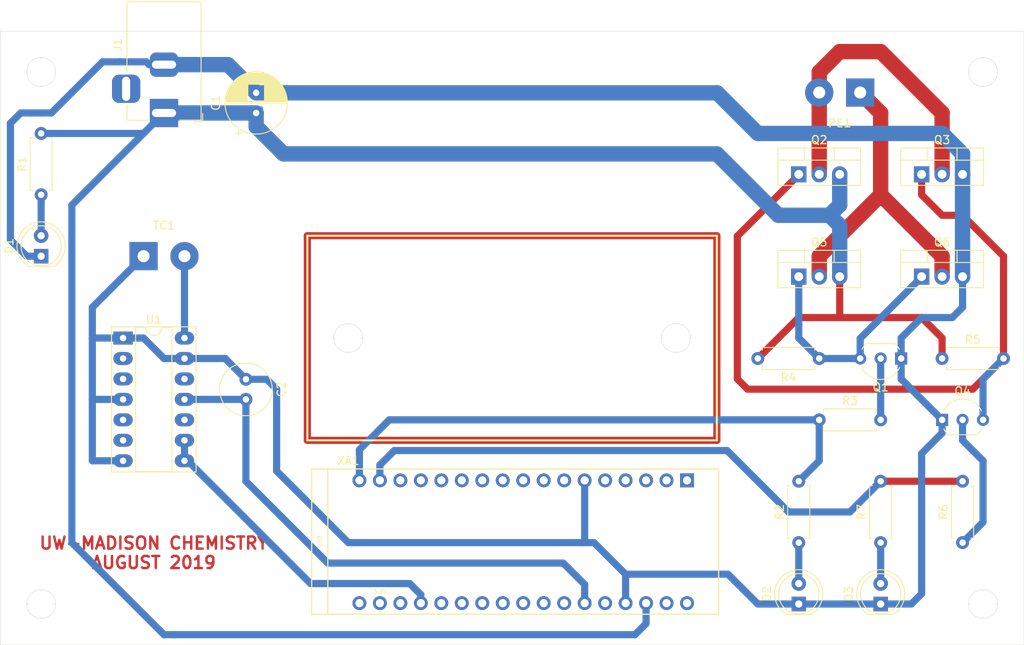
<source format=kicad_pcb>
(kicad_pcb (version 20171130) (host pcbnew 5.1.8+dfsg1-1+b1)

  (general
    (thickness 1.6)
    (drawings 27)
    (tracks 151)
    (zones 0)
    (modules 29)
    (nets 48)
  )

  (page USLetter)
  (title_block
    (title "Thermoelectric Tube")
    (date 2021-07-26)
    (rev B)
    (company UW-Madison)
    (comment 1 "Department of Chemistry")
    (comment 2 "Instrument Shop")
    (comment 3 "Blaise Thompson")
    (comment 4 blaise.thompson@wisc.edu)
  )

  (layers
    (0 F.Cu signal)
    (31 B.Cu signal)
    (32 B.Adhes user)
    (33 F.Adhes user)
    (34 B.Paste user)
    (35 F.Paste user)
    (36 B.SilkS user)
    (37 F.SilkS user)
    (38 B.Mask user)
    (39 F.Mask user)
    (40 Dwgs.User user)
    (41 Cmts.User user)
    (42 Eco1.User user)
    (43 Eco2.User user)
    (44 Edge.Cuts user)
    (45 Margin user)
    (46 B.CrtYd user)
    (47 F.CrtYd user)
    (48 B.Fab user)
    (49 F.Fab user hide)
  )

  (setup
    (last_trace_width 0.889)
    (trace_clearance 0.381)
    (zone_clearance 0.508)
    (zone_45_only no)
    (trace_min 0.2)
    (via_size 0.8)
    (via_drill 0.4)
    (via_min_size 0.4)
    (via_min_drill 0.3)
    (uvia_size 0.3)
    (uvia_drill 0.1)
    (uvias_allowed no)
    (uvia_min_size 0.2)
    (uvia_min_drill 0.1)
    (edge_width 0.05)
    (segment_width 0.2)
    (pcb_text_width 0.3)
    (pcb_text_size 1.5 1.5)
    (mod_edge_width 0.12)
    (mod_text_size 1 1)
    (mod_text_width 0.15)
    (pad_size 1.524 1.524)
    (pad_drill 0.762)
    (pad_to_mask_clearance 0.051)
    (solder_mask_min_width 0.25)
    (aux_axis_origin 0 0)
    (visible_elements FFFFFF7F)
    (pcbplotparams
      (layerselection 0x00000_ffffffff)
      (usegerberextensions false)
      (usegerberattributes false)
      (usegerberadvancedattributes false)
      (creategerberjobfile false)
      (excludeedgelayer false)
      (linewidth 0.100000)
      (plotframeref true)
      (viasonmask false)
      (mode 1)
      (useauxorigin false)
      (hpglpennumber 1)
      (hpglpenspeed 20)
      (hpglpendiameter 15.000000)
      (psnegative false)
      (psa4output false)
      (plotreference false)
      (plotvalue false)
      (plotinvisibletext false)
      (padsonsilk true)
      (subtractmaskfromsilk false)
      (outputformat 4)
      (mirror false)
      (drillshape 1)
      (scaleselection 1)
      (outputdirectory ""))
  )

  (net 0 "")
  (net 1 GND)
  (net 2 "Net-(Q1-Pad3)")
  (net 3 "Net-(Q1-Pad2)")
  (net 4 "Net-(Q2-Pad1)")
  (net 5 "Net-(Q4-Pad2)")
  (net 6 +12V)
  (net 7 +5V)
  (net 8 "Net-(D1-Pad2)")
  (net 9 "Net-(D2-Pad2)")
  (net 10 "Net-(D3-Pad2)")
  (net 11 "Net-(PE1-Pad2)")
  (net 12 "Net-(PE1-Pad1)")
  (net 13 "Net-(R2-Pad2)")
  (net 14 "Net-(R6-Pad2)")
  (net 15 "Net-(TC1-Pad2)")
  (net 16 "Net-(XA1-PadMISO)")
  (net 17 "Net-(XA1-PadA5)")
  (net 18 "Net-(XA1-PadA4)")
  (net 19 "Net-(XA1-PadA3)")
  (net 20 "Net-(XA1-PadA2)")
  (net 21 "Net-(XA1-PadA1)")
  (net 22 "Net-(XA1-PadD13)")
  (net 23 "Net-(XA1-PadAREF)")
  (net 24 "Net-(XA1-PadD10)")
  (net 25 "Net-(XA1-PadD9)")
  (net 26 "Net-(XA1-PadD8)")
  (net 27 "Net-(XA1-PadD7)")
  (net 28 "Net-(XA1-PadD6)")
  (net 29 "Net-(XA1-PadD5)")
  (net 30 "Net-(XA1-PadD4)")
  (net 31 "Net-(XA1-PadD3)")
  (net 32 "Net-(XA1-PadD2)")
  (net 33 "Net-(XA1-PadD1)")
  (net 34 "Net-(XA1-PadD0)")
  (net 35 "Net-(XA1-PadSS)")
  (net 36 "Net-(XA1-PadRST1)")
  (net 37 +3V3)
  (net 38 "Net-(U1-Pad8)")
  (net 39 "Net-(XA1-PadSCK)")
  (net 40 "Net-(XA1-PadMOSI)")
  (net 41 "Net-(XA1-PadRST2)")
  (net 42 "Net-(U1-Pad6)")
  (net 43 "Net-(U1-Pad12)")
  (net 44 "Net-(U1-Pad5)")
  (net 45 "Net-(U1-Pad10)")
  (net 46 "Net-(U1-Pad3)")
  (net 47 "Net-(U1-Pad2)")

  (net_class Default "This is the default net class."
    (clearance 0.381)
    (trace_width 0.889)
    (via_dia 0.8)
    (via_drill 0.4)
    (uvia_dia 0.3)
    (uvia_drill 0.1)
    (add_net +12V)
    (add_net +3V3)
    (add_net +5V)
    (add_net GND)
    (add_net "Net-(D1-Pad2)")
    (add_net "Net-(D2-Pad2)")
    (add_net "Net-(D3-Pad2)")
    (add_net "Net-(PE1-Pad1)")
    (add_net "Net-(PE1-Pad2)")
    (add_net "Net-(Q1-Pad2)")
    (add_net "Net-(Q1-Pad3)")
    (add_net "Net-(Q2-Pad1)")
    (add_net "Net-(Q4-Pad2)")
    (add_net "Net-(R2-Pad2)")
    (add_net "Net-(R6-Pad2)")
    (add_net "Net-(TC1-Pad2)")
    (add_net "Net-(U1-Pad10)")
    (add_net "Net-(U1-Pad12)")
    (add_net "Net-(U1-Pad2)")
    (add_net "Net-(U1-Pad3)")
    (add_net "Net-(U1-Pad5)")
    (add_net "Net-(U1-Pad6)")
    (add_net "Net-(U1-Pad8)")
    (add_net "Net-(XA1-PadA1)")
    (add_net "Net-(XA1-PadA2)")
    (add_net "Net-(XA1-PadA3)")
    (add_net "Net-(XA1-PadA4)")
    (add_net "Net-(XA1-PadA5)")
    (add_net "Net-(XA1-PadAREF)")
    (add_net "Net-(XA1-PadD0)")
    (add_net "Net-(XA1-PadD1)")
    (add_net "Net-(XA1-PadD10)")
    (add_net "Net-(XA1-PadD13)")
    (add_net "Net-(XA1-PadD2)")
    (add_net "Net-(XA1-PadD3)")
    (add_net "Net-(XA1-PadD4)")
    (add_net "Net-(XA1-PadD5)")
    (add_net "Net-(XA1-PadD6)")
    (add_net "Net-(XA1-PadD7)")
    (add_net "Net-(XA1-PadD8)")
    (add_net "Net-(XA1-PadD9)")
    (add_net "Net-(XA1-PadMISO)")
    (add_net "Net-(XA1-PadMOSI)")
    (add_net "Net-(XA1-PadRST1)")
    (add_net "Net-(XA1-PadRST2)")
    (add_net "Net-(XA1-PadSCK)")
    (add_net "Net-(XA1-PadSS)")
  )

  (module MountingHole:MountingHole_3.2mm_M3 locked (layer F.Cu) (tedit 56D1B4CB) (tstamp 5D53A95B)
    (at 121.92 76.2)
    (descr "Mounting Hole 3.2mm, no annular, M3")
    (tags "mounting hole 3.2mm no annular m3")
    (attr virtual)
    (fp_text reference REF** (at 0 -4.2) (layer F.SilkS) hide
      (effects (font (size 1 1) (thickness 0.15)))
    )
    (fp_text value MountingHole_3.2mm_M3 (at 0 4.2) (layer F.Fab) hide
      (effects (font (size 1 1) (thickness 0.15)))
    )
    (fp_circle (center 0 0) (end 3.2 0) (layer Cmts.User) (width 0.15))
    (fp_circle (center 0 0) (end 3.45 0) (layer F.CrtYd) (width 0.05))
    (fp_text user %R (at 0.3 0) (layer F.Fab) hide
      (effects (font (size 1 1) (thickness 0.15)))
    )
    (pad 1 np_thru_hole circle (at 0 0) (size 3.2 3.2) (drill 3.2) (layers *.Cu *.Mask))
  )

  (module MountingHole:MountingHole_3.2mm_M3 locked (layer F.Cu) (tedit 56D1B4CB) (tstamp 5D53A95B)
    (at 81.28 76.2)
    (descr "Mounting Hole 3.2mm, no annular, M3")
    (tags "mounting hole 3.2mm no annular m3")
    (attr virtual)
    (fp_text reference REF** (at 0 -4.2) (layer F.SilkS) hide
      (effects (font (size 1 1) (thickness 0.15)))
    )
    (fp_text value MountingHole_3.2mm_M3 (at 0 4.2) (layer F.Fab) hide
      (effects (font (size 1 1) (thickness 0.15)))
    )
    (fp_circle (center 0 0) (end 3.2 0) (layer Cmts.User) (width 0.15))
    (fp_circle (center 0 0) (end 3.45 0) (layer F.CrtYd) (width 0.05))
    (fp_text user %R (at 0.3 0) (layer F.Fab) hide
      (effects (font (size 1 1) (thickness 0.15)))
    )
    (pad 1 np_thru_hole circle (at 0 0) (size 3.2 3.2) (drill 3.2) (layers *.Cu *.Mask))
  )

  (module Resistor_THT:R_Axial_DIN0207_L6.3mm_D2.5mm_P7.62mm_Horizontal (layer F.Cu) (tedit 5AE5139B) (tstamp 5D535DE4)
    (at 157.48 101.6 90)
    (descr "Resistor, Axial_DIN0207 series, Axial, Horizontal, pin pitch=7.62mm, 0.25W = 1/4W, length*diameter=6.3*2.5mm^2, http://cdn-reichelt.de/documents/datenblatt/B400/1_4W%23YAG.pdf")
    (tags "Resistor Axial_DIN0207 series Axial Horizontal pin pitch 7.62mm 0.25W = 1/4W length 6.3mm diameter 2.5mm")
    (path /5D5A6FC3)
    (fp_text reference R6 (at 3.81 -2.37 90) (layer F.SilkS)
      (effects (font (size 1 1) (thickness 0.15)))
    )
    (fp_text value R_US (at 3.81 2.37 90) (layer F.Fab)
      (effects (font (size 1 1) (thickness 0.15)))
    )
    (fp_line (start 0.66 -1.25) (end 0.66 1.25) (layer F.Fab) (width 0.1))
    (fp_line (start 0.66 1.25) (end 6.96 1.25) (layer F.Fab) (width 0.1))
    (fp_line (start 6.96 1.25) (end 6.96 -1.25) (layer F.Fab) (width 0.1))
    (fp_line (start 6.96 -1.25) (end 0.66 -1.25) (layer F.Fab) (width 0.1))
    (fp_line (start 0 0) (end 0.66 0) (layer F.Fab) (width 0.1))
    (fp_line (start 7.62 0) (end 6.96 0) (layer F.Fab) (width 0.1))
    (fp_line (start 0.54 -1.04) (end 0.54 -1.37) (layer F.SilkS) (width 0.12))
    (fp_line (start 0.54 -1.37) (end 7.08 -1.37) (layer F.SilkS) (width 0.12))
    (fp_line (start 7.08 -1.37) (end 7.08 -1.04) (layer F.SilkS) (width 0.12))
    (fp_line (start 0.54 1.04) (end 0.54 1.37) (layer F.SilkS) (width 0.12))
    (fp_line (start 0.54 1.37) (end 7.08 1.37) (layer F.SilkS) (width 0.12))
    (fp_line (start 7.08 1.37) (end 7.08 1.04) (layer F.SilkS) (width 0.12))
    (fp_line (start -1.05 -1.5) (end -1.05 1.5) (layer F.CrtYd) (width 0.05))
    (fp_line (start -1.05 1.5) (end 8.67 1.5) (layer F.CrtYd) (width 0.05))
    (fp_line (start 8.67 1.5) (end 8.67 -1.5) (layer F.CrtYd) (width 0.05))
    (fp_line (start 8.67 -1.5) (end -1.05 -1.5) (layer F.CrtYd) (width 0.05))
    (fp_text user %R (at 3.81 0 90) (layer F.Fab)
      (effects (font (size 1 1) (thickness 0.15)))
    )
    (pad 2 thru_hole oval (at 7.62 0 90) (size 1.6 1.6) (drill 0.8) (layers *.Cu *.Mask)
      (net 14 "Net-(R6-Pad2)"))
    (pad 1 thru_hole circle (at 0 0 90) (size 1.6 1.6) (drill 0.8) (layers *.Cu *.Mask)
      (net 5 "Net-(Q4-Pad2)"))
    (model ${KISYS3DMOD}/Resistor_THT.3dshapes/R_Axial_DIN0207_L6.3mm_D2.5mm_P7.62mm_Horizontal.wrl
      (at (xyz 0 0 0))
      (scale (xyz 1 1 1))
      (rotate (xyz 0 0 0))
    )
  )

  (module Package_TO_SOT_THT:TO-92_Inline_Wide (layer F.Cu) (tedit 5A02FF81) (tstamp 5D53146D)
    (at 154.94 86.36)
    (descr "TO-92 leads in-line, wide, drill 0.75mm (see NXP sot054_po.pdf)")
    (tags "to-92 sc-43 sc-43a sot54 PA33 transistor")
    (path /5D51AAC7)
    (fp_text reference Q4 (at 2.54 -3.56) (layer F.SilkS)
      (effects (font (size 1 1) (thickness 0.15)))
    )
    (fp_text value 2N3904 (at 2.54 2.79) (layer F.Fab)
      (effects (font (size 1 1) (thickness 0.15)))
    )
    (fp_line (start 0.74 1.85) (end 4.34 1.85) (layer F.SilkS) (width 0.12))
    (fp_line (start 0.8 1.75) (end 4.3 1.75) (layer F.Fab) (width 0.1))
    (fp_line (start -1.01 -2.73) (end 6.09 -2.73) (layer F.CrtYd) (width 0.05))
    (fp_line (start -1.01 -2.73) (end -1.01 2.01) (layer F.CrtYd) (width 0.05))
    (fp_line (start 6.09 2.01) (end 6.09 -2.73) (layer F.CrtYd) (width 0.05))
    (fp_line (start 6.09 2.01) (end -1.01 2.01) (layer F.CrtYd) (width 0.05))
    (fp_arc (start 2.54 0) (end 4.34 1.85) (angle -20) (layer F.SilkS) (width 0.12))
    (fp_arc (start 2.54 0) (end 2.54 -2.48) (angle -135) (layer F.Fab) (width 0.1))
    (fp_arc (start 2.54 0) (end 2.54 -2.48) (angle 135) (layer F.Fab) (width 0.1))
    (fp_arc (start 2.54 0) (end 2.54 -2.6) (angle 65) (layer F.SilkS) (width 0.12))
    (fp_arc (start 2.54 0) (end 2.54 -2.6) (angle -65) (layer F.SilkS) (width 0.12))
    (fp_arc (start 2.54 0) (end 0.74 1.85) (angle 20) (layer F.SilkS) (width 0.12))
    (fp_text user %R (at 2.54 -3.56) (layer F.Fab)
      (effects (font (size 1 1) (thickness 0.15)))
    )
    (pad 1 thru_hole rect (at 0 0 90) (size 1.5 1.5) (drill 0.8) (layers *.Cu *.Mask)
      (net 1 GND))
    (pad 3 thru_hole circle (at 5.08 0 90) (size 1.5 1.5) (drill 0.8) (layers *.Cu *.Mask)
      (net 4 "Net-(Q2-Pad1)"))
    (pad 2 thru_hole circle (at 2.54 0 90) (size 1.5 1.5) (drill 0.8) (layers *.Cu *.Mask)
      (net 5 "Net-(Q4-Pad2)"))
    (model ${KISYS3DMOD}/Package_TO_SOT_THT.3dshapes/TO-92_Inline_Wide.wrl
      (at (xyz 0 0 0))
      (scale (xyz 1 1 1))
      (rotate (xyz 0 0 0))
    )
  )

  (module Package_TO_SOT_THT:TO-92_Inline_Wide (layer F.Cu) (tedit 5A02FF81) (tstamp 5D539C85)
    (at 149.86 78.74 180)
    (descr "TO-92 leads in-line, wide, drill 0.75mm (see NXP sot054_po.pdf)")
    (tags "to-92 sc-43 sc-43a sot54 PA33 transistor")
    (path /5D52684D)
    (fp_text reference Q1 (at 2.54 -3.56) (layer F.SilkS)
      (effects (font (size 1 1) (thickness 0.15)))
    )
    (fp_text value 2N3904 (at 2.54 2.79) (layer F.Fab)
      (effects (font (size 1 1) (thickness 0.15)))
    )
    (fp_line (start 0.74 1.85) (end 4.34 1.85) (layer F.SilkS) (width 0.12))
    (fp_line (start 0.8 1.75) (end 4.3 1.75) (layer F.Fab) (width 0.1))
    (fp_line (start -1.01 -2.73) (end 6.09 -2.73) (layer F.CrtYd) (width 0.05))
    (fp_line (start -1.01 -2.73) (end -1.01 2.01) (layer F.CrtYd) (width 0.05))
    (fp_line (start 6.09 2.01) (end 6.09 -2.73) (layer F.CrtYd) (width 0.05))
    (fp_line (start 6.09 2.01) (end -1.01 2.01) (layer F.CrtYd) (width 0.05))
    (fp_arc (start 2.54 0) (end 4.34 1.85) (angle -20) (layer F.SilkS) (width 0.12))
    (fp_arc (start 2.54 0) (end 2.54 -2.48) (angle -135) (layer F.Fab) (width 0.1))
    (fp_arc (start 2.54 0) (end 2.54 -2.48) (angle 135) (layer F.Fab) (width 0.1))
    (fp_arc (start 2.54 0) (end 2.54 -2.6) (angle 65) (layer F.SilkS) (width 0.12))
    (fp_arc (start 2.54 0) (end 2.54 -2.6) (angle -65) (layer F.SilkS) (width 0.12))
    (fp_arc (start 2.54 0) (end 0.74 1.85) (angle 20) (layer F.SilkS) (width 0.12))
    (fp_text user %R (at 2.54 -3.56) (layer F.Fab)
      (effects (font (size 1 1) (thickness 0.15)))
    )
    (pad 1 thru_hole rect (at 0 0 270) (size 1.5 1.5) (drill 0.8) (layers *.Cu *.Mask)
      (net 1 GND))
    (pad 3 thru_hole circle (at 5.08 0 270) (size 1.5 1.5) (drill 0.8) (layers *.Cu *.Mask)
      (net 2 "Net-(Q1-Pad3)"))
    (pad 2 thru_hole circle (at 2.54 0 270) (size 1.5 1.5) (drill 0.8) (layers *.Cu *.Mask)
      (net 3 "Net-(Q1-Pad2)"))
    (model ${KISYS3DMOD}/Package_TO_SOT_THT.3dshapes/TO-92_Inline_Wide.wrl
      (at (xyz 0 0 0))
      (scale (xyz 1 1 1))
      (rotate (xyz 0 0 0))
    )
  )

  (module Arduino:Arduino_Micro_Socket (layer F.Cu) (tedit 5A860566) (tstamp 5D5377E5)
    (at 78.74 110.49)
    (descr https://store.arduino.cc/arduino-micro)
    (path /5D4CBBC9)
    (fp_text reference XA1 (at 2.54 -19.05) (layer F.SilkS)
      (effects (font (size 1 1) (thickness 0.15)))
    )
    (fp_text value Arduino_Micro_Socket (at 15.494 -19.05) (layer F.Fab)
      (effects (font (size 1 1) (thickness 0.15)))
    )
    (fp_line (start -2.032 0.254) (end -2.286 0.254) (layer F.CrtYd) (width 0.15))
    (fp_line (start -2.286 0.254) (end -2.286 -17.526) (layer F.CrtYd) (width 0.15))
    (fp_line (start -2.286 -17.526) (end -2.286 -18.288) (layer F.CrtYd) (width 0.15))
    (fp_line (start -2.286 -18.288) (end 48.768 -18.288) (layer F.CrtYd) (width 0.15))
    (fp_line (start 48.768 -18.288) (end 48.768 0.254) (layer F.CrtYd) (width 0.15))
    (fp_line (start 48.768 0.254) (end -2.032 0.254) (layer F.CrtYd) (width 0.15))
    (fp_line (start -2 -18.034) (end -2 0) (layer F.SilkS) (width 0.15))
    (fp_line (start 48.48 -18) (end 48.48 0) (layer F.SilkS) (width 0.15))
    (fp_line (start -2 -18.034) (end 48.48 -18.034) (layer F.SilkS) (width 0.15))
    (fp_line (start 0 -18) (end 0 0) (layer F.SilkS) (width 0.15))
    (fp_line (start -2 0) (end 48.48 0) (layer F.SilkS) (width 0.15))
    (fp_text user USB (at -1.016 -9.017 90) (layer F.SilkS)
      (effects (font (size 0.5 0.5) (thickness 0.075)))
    )
    (fp_text user 3.3V (at 6.46 -2.794) (layer F.SilkS)
      (effects (font (size 0.5 0.5) (thickness 0.075)))
    )
    (pad MISO thru_hole oval (at 42.02 -1.38) (size 1.7272 1.7272) (drill 1.016) (layers *.Cu *.Mask)
      (net 16 "Net-(XA1-PadMISO)"))
    (pad A5 thru_hole oval (at 24.24 -1.38) (size 1.7272 1.7272) (drill 1.016) (layers *.Cu *.Mask)
      (net 17 "Net-(XA1-PadA5)"))
    (pad A4 thru_hole oval (at 21.7 -1.38) (size 1.7272 1.7272) (drill 1.016) (layers *.Cu *.Mask)
      (net 18 "Net-(XA1-PadA4)"))
    (pad A3 thru_hole oval (at 19.16 -1.38) (size 1.7272 1.7272) (drill 1.016) (layers *.Cu *.Mask)
      (net 19 "Net-(XA1-PadA3)"))
    (pad A2 thru_hole oval (at 16.62 -1.38) (size 1.7272 1.7272) (drill 1.016) (layers *.Cu *.Mask)
      (net 20 "Net-(XA1-PadA2)"))
    (pad A1 thru_hole oval (at 14.08 -1.38) (size 1.7272 1.7272) (drill 1.016) (layers *.Cu *.Mask)
      (net 21 "Net-(XA1-PadA1)"))
    (pad "" thru_hole oval (at 29.32 -1.38) (size 1.7272 1.7272) (drill 1.016) (layers *.Cu *.Mask))
    (pad D11 thru_hole oval (at 6.46 -16.62) (size 1.7272 1.7272) (drill 1.016) (layers *.Cu *.Mask)
      (net 14 "Net-(R6-Pad2)"))
    (pad D12 thru_hole oval (at 3.92 -16.62) (size 1.7272 1.7272) (drill 1.016) (layers *.Cu *.Mask)
      (net 13 "Net-(R2-Pad2)"))
    (pad D13 thru_hole oval (at 3.92 -1.38) (size 1.7272 1.7272) (drill 1.016) (layers *.Cu *.Mask)
      (net 22 "Net-(XA1-PadD13)"))
    (pad AREF thru_hole oval (at 9 -1.38) (size 1.7272 1.7272) (drill 1.016) (layers *.Cu *.Mask)
      (net 23 "Net-(XA1-PadAREF)"))
    (pad "" np_thru_hole circle (at 1.38 -1.38) (size 1.016 1.016) (drill 1.016) (layers *.Cu *.Mask))
    (pad D10 thru_hole oval (at 9 -16.62) (size 1.7272 1.7272) (drill 1.016) (layers *.Cu *.Mask)
      (net 24 "Net-(XA1-PadD10)"))
    (pad D9 thru_hole oval (at 11.54 -16.62) (size 1.7272 1.7272) (drill 1.016) (layers *.Cu *.Mask)
      (net 25 "Net-(XA1-PadD9)"))
    (pad D8 thru_hole oval (at 14.08 -16.62) (size 1.7272 1.7272) (drill 1.016) (layers *.Cu *.Mask)
      (net 26 "Net-(XA1-PadD8)"))
    (pad D7 thru_hole oval (at 16.62 -16.62) (size 1.7272 1.7272) (drill 1.016) (layers *.Cu *.Mask)
      (net 27 "Net-(XA1-PadD7)"))
    (pad D6 thru_hole oval (at 19.16 -16.62) (size 1.7272 1.7272) (drill 1.016) (layers *.Cu *.Mask)
      (net 28 "Net-(XA1-PadD6)"))
    (pad D5 thru_hole oval (at 21.7 -16.62) (size 1.7272 1.7272) (drill 1.016) (layers *.Cu *.Mask)
      (net 29 "Net-(XA1-PadD5)"))
    (pad D4 thru_hole oval (at 24.24 -16.62) (size 1.7272 1.7272) (drill 1.016) (layers *.Cu *.Mask)
      (net 30 "Net-(XA1-PadD4)"))
    (pad D3 thru_hole oval (at 26.78 -16.62) (size 1.7272 1.7272) (drill 1.016) (layers *.Cu *.Mask)
      (net 31 "Net-(XA1-PadD3)"))
    (pad D2 thru_hole oval (at 29.32 -16.62) (size 1.7272 1.7272) (drill 1.016) (layers *.Cu *.Mask)
      (net 32 "Net-(XA1-PadD2)"))
    (pad D1 thru_hole oval (at 39.48 -16.62) (size 1.7272 1.7272) (drill 1.016) (layers *.Cu *.Mask)
      (net 33 "Net-(XA1-PadD1)"))
    (pad D0 thru_hole oval (at 36.94 -16.62) (size 1.7272 1.7272) (drill 1.016) (layers *.Cu *.Mask)
      (net 34 "Net-(XA1-PadD0)"))
    (pad SS thru_hole oval (at 42.02 -16.62) (size 1.7272 1.7272) (drill 1.016) (layers *.Cu *.Mask)
      (net 35 "Net-(XA1-PadSS)"))
    (pad RST1 thru_hole oval (at 34.4 -1.38) (size 1.7272 1.7272) (drill 1.016) (layers *.Cu *.Mask)
      (net 36 "Net-(XA1-PadRST1)"))
    (pad 3V3 thru_hole oval (at 6.46 -1.38) (size 1.7272 1.7272) (drill 1.016) (layers *.Cu *.Mask)
      (net 37 +3V3))
    (pad 5V thru_hole oval (at 31.86 -1.38) (size 1.7272 1.7272) (drill 1.016) (layers *.Cu *.Mask)
      (net 7 +5V))
    (pad GND1 thru_hole oval (at 36.94 -1.38) (size 1.7272 1.7272) (drill 1.016) (layers *.Cu *.Mask)
      (net 1 GND))
    (pad GND2 thru_hole oval (at 31.86 -16.62) (size 1.7272 1.7272) (drill 1.016) (layers *.Cu *.Mask)
      (net 1 GND))
    (pad VIN thru_hole oval (at 39.48 -1.38) (size 1.7272 1.7272) (drill 1.016) (layers *.Cu *.Mask)
      (net 6 +12V))
    (pad A0 thru_hole oval (at 11.54 -1.38) (size 1.7272 1.7272) (drill 1.016) (layers *.Cu *.Mask)
      (net 38 "Net-(U1-Pad8)"))
    (pad SCK thru_hole oval (at 44.56 -1.38) (size 1.7272 1.7272) (drill 1.016) (layers *.Cu *.Mask)
      (net 39 "Net-(XA1-PadSCK)"))
    (pad MOSI thru_hole rect (at 44.56 -16.62) (size 1.7272 1.7272) (drill 1.016) (layers *.Cu *.Mask)
      (net 40 "Net-(XA1-PadMOSI)"))
    (pad RST2 thru_hole oval (at 34.4 -16.62) (size 1.7272 1.7272) (drill 1.016) (layers *.Cu *.Mask)
      (net 41 "Net-(XA1-PadRST2)"))
    (pad "" thru_hole oval (at 26.78 -1.38) (size 1.7272 1.7272) (drill 1.016) (layers *.Cu *.Mask))
    (pad "" np_thru_hole circle (at 47.1 -1.38) (size 1.016 1.016) (drill 1.016) (layers *.Cu *.Mask))
    (pad "" np_thru_hole circle (at 1.38 -16.62) (size 1.016 1.016) (drill 1.016) (layers *.Cu *.Mask))
    (pad "" np_thru_hole circle (at 47.1 -16.62) (size 1.016 1.016) (drill 1.016) (layers *.Cu *.Mask))
  )

  (module Package_DIP:DIP-14_W7.62mm_Socket_LongPads (layer F.Cu) (tedit 5A02E8C5) (tstamp 5D535F6B)
    (at 53.34 76.2)
    (descr "14-lead though-hole mounted DIP package, row spacing 7.62 mm (300 mils), Socket, LongPads")
    (tags "THT DIP DIL PDIP 2.54mm 7.62mm 300mil Socket LongPads")
    (path /5D524103)
    (fp_text reference U1 (at 3.81 -2.33) (layer F.SilkS)
      (effects (font (size 1 1) (thickness 0.15)))
    )
    (fp_text value AD595AQ (at 3.81 17.57) (layer F.Fab)
      (effects (font (size 1 1) (thickness 0.15)))
    )
    (fp_line (start 1.635 -1.27) (end 6.985 -1.27) (layer F.Fab) (width 0.1))
    (fp_line (start 6.985 -1.27) (end 6.985 16.51) (layer F.Fab) (width 0.1))
    (fp_line (start 6.985 16.51) (end 0.635 16.51) (layer F.Fab) (width 0.1))
    (fp_line (start 0.635 16.51) (end 0.635 -0.27) (layer F.Fab) (width 0.1))
    (fp_line (start 0.635 -0.27) (end 1.635 -1.27) (layer F.Fab) (width 0.1))
    (fp_line (start -1.27 -1.33) (end -1.27 16.57) (layer F.Fab) (width 0.1))
    (fp_line (start -1.27 16.57) (end 8.89 16.57) (layer F.Fab) (width 0.1))
    (fp_line (start 8.89 16.57) (end 8.89 -1.33) (layer F.Fab) (width 0.1))
    (fp_line (start 8.89 -1.33) (end -1.27 -1.33) (layer F.Fab) (width 0.1))
    (fp_line (start 2.81 -1.33) (end 1.56 -1.33) (layer F.SilkS) (width 0.12))
    (fp_line (start 1.56 -1.33) (end 1.56 16.57) (layer F.SilkS) (width 0.12))
    (fp_line (start 1.56 16.57) (end 6.06 16.57) (layer F.SilkS) (width 0.12))
    (fp_line (start 6.06 16.57) (end 6.06 -1.33) (layer F.SilkS) (width 0.12))
    (fp_line (start 6.06 -1.33) (end 4.81 -1.33) (layer F.SilkS) (width 0.12))
    (fp_line (start -1.44 -1.39) (end -1.44 16.63) (layer F.SilkS) (width 0.12))
    (fp_line (start -1.44 16.63) (end 9.06 16.63) (layer F.SilkS) (width 0.12))
    (fp_line (start 9.06 16.63) (end 9.06 -1.39) (layer F.SilkS) (width 0.12))
    (fp_line (start 9.06 -1.39) (end -1.44 -1.39) (layer F.SilkS) (width 0.12))
    (fp_line (start -1.55 -1.6) (end -1.55 16.85) (layer F.CrtYd) (width 0.05))
    (fp_line (start -1.55 16.85) (end 9.15 16.85) (layer F.CrtYd) (width 0.05))
    (fp_line (start 9.15 16.85) (end 9.15 -1.6) (layer F.CrtYd) (width 0.05))
    (fp_line (start 9.15 -1.6) (end -1.55 -1.6) (layer F.CrtYd) (width 0.05))
    (fp_text user %R (at 3.81 7.62) (layer F.Fab)
      (effects (font (size 1 1) (thickness 0.15)))
    )
    (fp_arc (start 3.81 -1.33) (end 2.81 -1.33) (angle -180) (layer F.SilkS) (width 0.12))
    (pad 14 thru_hole oval (at 7.62 0) (size 2.4 1.6) (drill 0.8) (layers *.Cu *.Mask)
      (net 15 "Net-(TC1-Pad2)"))
    (pad 7 thru_hole oval (at 0 15.24) (size 2.4 1.6) (drill 0.8) (layers *.Cu *.Mask)
      (net 1 GND))
    (pad 13 thru_hole oval (at 7.62 2.54) (size 2.4 1.6) (drill 0.8) (layers *.Cu *.Mask)
      (net 1 GND))
    (pad 6 thru_hole oval (at 0 12.7) (size 2.4 1.6) (drill 0.8) (layers *.Cu *.Mask)
      (net 42 "Net-(U1-Pad6)"))
    (pad 12 thru_hole oval (at 7.62 5.08) (size 2.4 1.6) (drill 0.8) (layers *.Cu *.Mask)
      (net 43 "Net-(U1-Pad12)"))
    (pad 5 thru_hole oval (at 0 10.16) (size 2.4 1.6) (drill 0.8) (layers *.Cu *.Mask)
      (net 44 "Net-(U1-Pad5)"))
    (pad 11 thru_hole oval (at 7.62 7.62) (size 2.4 1.6) (drill 0.8) (layers *.Cu *.Mask)
      (net 7 +5V))
    (pad 4 thru_hole oval (at 0 7.62) (size 2.4 1.6) (drill 0.8) (layers *.Cu *.Mask)
      (net 1 GND))
    (pad 10 thru_hole oval (at 7.62 10.16) (size 2.4 1.6) (drill 0.8) (layers *.Cu *.Mask)
      (net 45 "Net-(U1-Pad10)"))
    (pad 3 thru_hole oval (at 0 5.08) (size 2.4 1.6) (drill 0.8) (layers *.Cu *.Mask)
      (net 46 "Net-(U1-Pad3)"))
    (pad 9 thru_hole oval (at 7.62 12.7) (size 2.4 1.6) (drill 0.8) (layers *.Cu *.Mask)
      (net 38 "Net-(U1-Pad8)"))
    (pad 2 thru_hole oval (at 0 2.54) (size 2.4 1.6) (drill 0.8) (layers *.Cu *.Mask)
      (net 47 "Net-(U1-Pad2)"))
    (pad 8 thru_hole oval (at 7.62 15.24) (size 2.4 1.6) (drill 0.8) (layers *.Cu *.Mask)
      (net 38 "Net-(U1-Pad8)"))
    (pad 1 thru_hole rect (at 0 0) (size 2.4 1.6) (drill 0.8) (layers *.Cu *.Mask)
      (net 1 GND))
    (model ${KISYS3DMOD}/Package_DIP.3dshapes/DIP-14_W7.62mm_Socket.wrl
      (at (xyz 0 0 0))
      (scale (xyz 1 1 1))
      (rotate (xyz 0 0 0))
    )
  )

  (module MountingHole:MountingHole_3.2mm_M3 locked (layer F.Cu) (tedit 56D1B4CB) (tstamp 5D5343CA)
    (at 160.02 43.18)
    (descr "Mounting Hole 3.2mm, no annular, M3")
    (tags "mounting hole 3.2mm no annular m3")
    (attr virtual)
    (fp_text reference REF** (at 0 -4.2) (layer F.SilkS) hide
      (effects (font (size 1 1) (thickness 0.15)))
    )
    (fp_text value MountingHole_3.2mm_M3 (at 0 4.2) (layer F.Fab) hide
      (effects (font (size 1 1) (thickness 0.15)))
    )
    (fp_circle (center 0 0) (end 3.45 0) (layer F.CrtYd) (width 0.05))
    (fp_circle (center 0 0) (end 3.2 0) (layer Cmts.User) (width 0.15))
    (fp_text user %R (at 0.3 0) (layer F.Fab) hide
      (effects (font (size 1 1) (thickness 0.15)))
    )
    (pad 1 np_thru_hole circle (at 0 0) (size 3.2 3.2) (drill 3.2) (layers *.Cu *.Mask))
  )

  (module MountingHole:MountingHole_3.2mm_M3 locked (layer F.Cu) (tedit 56D1B4CB) (tstamp 5D53439A)
    (at 160.02 109.22)
    (descr "Mounting Hole 3.2mm, no annular, M3")
    (tags "mounting hole 3.2mm no annular m3")
    (attr virtual)
    (fp_text reference REF** (at 0 -4.2) (layer F.SilkS) hide
      (effects (font (size 1 1) (thickness 0.15)))
    )
    (fp_text value MountingHole_3.2mm_M3 (at 0 4.2) (layer F.Fab) hide
      (effects (font (size 1 1) (thickness 0.15)))
    )
    (fp_circle (center 0 0) (end 3.45 0) (layer F.CrtYd) (width 0.05))
    (fp_circle (center 0 0) (end 3.2 0) (layer Cmts.User) (width 0.15))
    (fp_text user %R (at 0.3 0) (layer F.Fab) hide
      (effects (font (size 1 1) (thickness 0.15)))
    )
    (pad 1 np_thru_hole circle (at 0 0) (size 3.2 3.2) (drill 3.2) (layers *.Cu *.Mask))
  )

  (module MountingHole:MountingHole_3.2mm_M3 locked (layer F.Cu) (tedit 56D1B4CB) (tstamp 5D53439A)
    (at 43.18 109.22)
    (descr "Mounting Hole 3.2mm, no annular, M3")
    (tags "mounting hole 3.2mm no annular m3")
    (attr virtual)
    (fp_text reference REF** (at 0 -4.2) (layer F.SilkS) hide
      (effects (font (size 1 1) (thickness 0.15)))
    )
    (fp_text value MountingHole_3.2mm_M3 (at 0 4.2) (layer F.Fab) hide
      (effects (font (size 1 1) (thickness 0.15)))
    )
    (fp_circle (center 0 0) (end 3.45 0) (layer F.CrtYd) (width 0.05))
    (fp_circle (center 0 0) (end 3.2 0) (layer Cmts.User) (width 0.15))
    (fp_text user %R (at 0.3 0) (layer F.Fab) hide
      (effects (font (size 1 1) (thickness 0.15)))
    )
    (pad 1 np_thru_hole circle (at 0 0) (size 3.2 3.2) (drill 3.2) (layers *.Cu *.Mask))
  )

  (module MountingHole:MountingHole_3.2mm_M3 locked (layer F.Cu) (tedit 56D1B4CB) (tstamp 5D534397)
    (at 43.18 43.18)
    (descr "Mounting Hole 3.2mm, no annular, M3")
    (tags "mounting hole 3.2mm no annular m3")
    (attr virtual)
    (fp_text reference REF** (at 0 -4.2) (layer F.SilkS) hide
      (effects (font (size 1 1) (thickness 0.15)))
    )
    (fp_text value MountingHole_3.2mm_M3 (at 0 4.2) (layer F.Fab) hide
      (effects (font (size 1 1) (thickness 0.15)))
    )
    (fp_circle (center 0 0) (end 3.2 0) (layer Cmts.User) (width 0.15))
    (fp_circle (center 0 0) (end 3.45 0) (layer F.CrtYd) (width 0.05))
    (fp_text user %R (at 0.3 0) (layer F.Fab) hide
      (effects (font (size 1 1) (thickness 0.15)))
    )
    (pad 1 np_thru_hole circle (at 0 0) (size 3.2 3.2) (drill 3.2) (layers *.Cu *.Mask))
  )

  (module Connector_Wire:SolderWirePad_1x02_P5.08mm_Drill1.5mm locked (layer F.Cu) (tedit 5AEE5F19) (tstamp 5D535477)
    (at 55.88 66.04)
    (descr "Wire solder connection")
    (tags connector)
    (path /5D527EF6)
    (attr virtual)
    (fp_text reference TC1 (at 2.54 -3.81) (layer F.SilkS)
      (effects (font (size 1 1) (thickness 0.15)))
    )
    (fp_text value Thermocouple (at 2.54 3.81) (layer F.Fab)
      (effects (font (size 1 1) (thickness 0.15)))
    )
    (fp_line (start -2.25 -2.25) (end 7.33 -2.25) (layer F.CrtYd) (width 0.05))
    (fp_line (start -2.25 -2.25) (end -2.25 2.25) (layer F.CrtYd) (width 0.05))
    (fp_line (start 7.33 2.25) (end 7.33 -2.25) (layer F.CrtYd) (width 0.05))
    (fp_line (start 7.33 2.25) (end -2.25 2.25) (layer F.CrtYd) (width 0.05))
    (fp_text user %R (at 2.54 0) (layer F.Fab)
      (effects (font (size 1 1) (thickness 0.15)))
    )
    (pad 2 thru_hole circle (at 5.08 0) (size 3.50012 3.50012) (drill 1.50114) (layers *.Cu *.Mask)
      (net 15 "Net-(TC1-Pad2)"))
    (pad 1 thru_hole rect (at 0 0) (size 3.50012 3.50012) (drill 1.50114) (layers *.Cu *.Mask)
      (net 1 GND))
  )

  (module Resistor_THT:R_Axial_DIN0207_L6.3mm_D2.5mm_P7.62mm_Horizontal (layer F.Cu) (tedit 5AE5139B) (tstamp 5D535E26)
    (at 147.32 101.6 90)
    (descr "Resistor, Axial_DIN0207 series, Axial, Horizontal, pin pitch=7.62mm, 0.25W = 1/4W, length*diameter=6.3*2.5mm^2, http://cdn-reichelt.de/documents/datenblatt/B400/1_4W%23YAG.pdf")
    (tags "Resistor Axial_DIN0207 series Axial Horizontal pin pitch 7.62mm 0.25W = 1/4W length 6.3mm diameter 2.5mm")
    (path /5D5BAA29)
    (fp_text reference R7 (at 3.81 -2.37 90) (layer F.SilkS)
      (effects (font (size 1 1) (thickness 0.15)))
    )
    (fp_text value 10k (at 3.81 2.37 90) (layer F.Fab)
      (effects (font (size 1 1) (thickness 0.15)))
    )
    (fp_line (start 0.66 -1.25) (end 0.66 1.25) (layer F.Fab) (width 0.1))
    (fp_line (start 0.66 1.25) (end 6.96 1.25) (layer F.Fab) (width 0.1))
    (fp_line (start 6.96 1.25) (end 6.96 -1.25) (layer F.Fab) (width 0.1))
    (fp_line (start 6.96 -1.25) (end 0.66 -1.25) (layer F.Fab) (width 0.1))
    (fp_line (start 0 0) (end 0.66 0) (layer F.Fab) (width 0.1))
    (fp_line (start 7.62 0) (end 6.96 0) (layer F.Fab) (width 0.1))
    (fp_line (start 0.54 -1.04) (end 0.54 -1.37) (layer F.SilkS) (width 0.12))
    (fp_line (start 0.54 -1.37) (end 7.08 -1.37) (layer F.SilkS) (width 0.12))
    (fp_line (start 7.08 -1.37) (end 7.08 -1.04) (layer F.SilkS) (width 0.12))
    (fp_line (start 0.54 1.04) (end 0.54 1.37) (layer F.SilkS) (width 0.12))
    (fp_line (start 0.54 1.37) (end 7.08 1.37) (layer F.SilkS) (width 0.12))
    (fp_line (start 7.08 1.37) (end 7.08 1.04) (layer F.SilkS) (width 0.12))
    (fp_line (start -1.05 -1.5) (end -1.05 1.5) (layer F.CrtYd) (width 0.05))
    (fp_line (start -1.05 1.5) (end 8.67 1.5) (layer F.CrtYd) (width 0.05))
    (fp_line (start 8.67 1.5) (end 8.67 -1.5) (layer F.CrtYd) (width 0.05))
    (fp_line (start 8.67 -1.5) (end -1.05 -1.5) (layer F.CrtYd) (width 0.05))
    (fp_text user %R (at 3.81 0 90) (layer F.Fab)
      (effects (font (size 1 1) (thickness 0.15)))
    )
    (pad 2 thru_hole oval (at 7.62 0 90) (size 1.6 1.6) (drill 0.8) (layers *.Cu *.Mask)
      (net 14 "Net-(R6-Pad2)"))
    (pad 1 thru_hole circle (at 0 0 90) (size 1.6 1.6) (drill 0.8) (layers *.Cu *.Mask)
      (net 10 "Net-(D3-Pad2)"))
    (model ${KISYS3DMOD}/Resistor_THT.3dshapes/R_Axial_DIN0207_L6.3mm_D2.5mm_P7.62mm_Horizontal.wrl
      (at (xyz 0 0 0))
      (scale (xyz 1 1 1))
      (rotate (xyz 0 0 0))
    )
  )

  (module Resistor_THT:R_Axial_DIN0207_L6.3mm_D2.5mm_P7.62mm_Horizontal (layer F.Cu) (tedit 5AE5139B) (tstamp 5D535EAA)
    (at 154.94 78.74)
    (descr "Resistor, Axial_DIN0207 series, Axial, Horizontal, pin pitch=7.62mm, 0.25W = 1/4W, length*diameter=6.3*2.5mm^2, http://cdn-reichelt.de/documents/datenblatt/B400/1_4W%23YAG.pdf")
    (tags "Resistor Axial_DIN0207 series Axial Horizontal pin pitch 7.62mm 0.25W = 1/4W length 6.3mm diameter 2.5mm")
    (path /5D54496F)
    (fp_text reference R5 (at 3.81 -2.37) (layer F.SilkS)
      (effects (font (size 1 1) (thickness 0.15)))
    )
    (fp_text value 1k (at 3.81 2.37) (layer F.Fab)
      (effects (font (size 1 1) (thickness 0.15)))
    )
    (fp_line (start 0.66 -1.25) (end 0.66 1.25) (layer F.Fab) (width 0.1))
    (fp_line (start 0.66 1.25) (end 6.96 1.25) (layer F.Fab) (width 0.1))
    (fp_line (start 6.96 1.25) (end 6.96 -1.25) (layer F.Fab) (width 0.1))
    (fp_line (start 6.96 -1.25) (end 0.66 -1.25) (layer F.Fab) (width 0.1))
    (fp_line (start 0 0) (end 0.66 0) (layer F.Fab) (width 0.1))
    (fp_line (start 7.62 0) (end 6.96 0) (layer F.Fab) (width 0.1))
    (fp_line (start 0.54 -1.04) (end 0.54 -1.37) (layer F.SilkS) (width 0.12))
    (fp_line (start 0.54 -1.37) (end 7.08 -1.37) (layer F.SilkS) (width 0.12))
    (fp_line (start 7.08 -1.37) (end 7.08 -1.04) (layer F.SilkS) (width 0.12))
    (fp_line (start 0.54 1.04) (end 0.54 1.37) (layer F.SilkS) (width 0.12))
    (fp_line (start 0.54 1.37) (end 7.08 1.37) (layer F.SilkS) (width 0.12))
    (fp_line (start 7.08 1.37) (end 7.08 1.04) (layer F.SilkS) (width 0.12))
    (fp_line (start -1.05 -1.5) (end -1.05 1.5) (layer F.CrtYd) (width 0.05))
    (fp_line (start -1.05 1.5) (end 8.67 1.5) (layer F.CrtYd) (width 0.05))
    (fp_line (start 8.67 1.5) (end 8.67 -1.5) (layer F.CrtYd) (width 0.05))
    (fp_line (start 8.67 -1.5) (end -1.05 -1.5) (layer F.CrtYd) (width 0.05))
    (fp_text user %R (at 3.81 0) (layer F.Fab)
      (effects (font (size 1 1) (thickness 0.15)))
    )
    (pad 2 thru_hole oval (at 7.62 0) (size 1.6 1.6) (drill 0.8) (layers *.Cu *.Mask)
      (net 4 "Net-(Q2-Pad1)"))
    (pad 1 thru_hole circle (at 0 0) (size 1.6 1.6) (drill 0.8) (layers *.Cu *.Mask)
      (net 6 +12V))
    (model ${KISYS3DMOD}/Resistor_THT.3dshapes/R_Axial_DIN0207_L6.3mm_D2.5mm_P7.62mm_Horizontal.wrl
      (at (xyz 0 0 0))
      (scale (xyz 1 1 1))
      (rotate (xyz 0 0 0))
    )
  )

  (module Resistor_THT:R_Axial_DIN0207_L6.3mm_D2.5mm_P7.62mm_Horizontal (layer F.Cu) (tedit 5AE5139B) (tstamp 5D539E78)
    (at 139.7 78.74 180)
    (descr "Resistor, Axial_DIN0207 series, Axial, Horizontal, pin pitch=7.62mm, 0.25W = 1/4W, length*diameter=6.3*2.5mm^2, http://cdn-reichelt.de/documents/datenblatt/B400/1_4W%23YAG.pdf")
    (tags "Resistor Axial_DIN0207 series Axial Horizontal pin pitch 7.62mm 0.25W = 1/4W length 6.3mm diameter 2.5mm")
    (path /5D545060)
    (fp_text reference R4 (at 3.81 -2.37) (layer F.SilkS)
      (effects (font (size 1 1) (thickness 0.15)))
    )
    (fp_text value 1k (at 3.81 2.37) (layer F.Fab)
      (effects (font (size 1 1) (thickness 0.15)))
    )
    (fp_line (start 0.66 -1.25) (end 0.66 1.25) (layer F.Fab) (width 0.1))
    (fp_line (start 0.66 1.25) (end 6.96 1.25) (layer F.Fab) (width 0.1))
    (fp_line (start 6.96 1.25) (end 6.96 -1.25) (layer F.Fab) (width 0.1))
    (fp_line (start 6.96 -1.25) (end 0.66 -1.25) (layer F.Fab) (width 0.1))
    (fp_line (start 0 0) (end 0.66 0) (layer F.Fab) (width 0.1))
    (fp_line (start 7.62 0) (end 6.96 0) (layer F.Fab) (width 0.1))
    (fp_line (start 0.54 -1.04) (end 0.54 -1.37) (layer F.SilkS) (width 0.12))
    (fp_line (start 0.54 -1.37) (end 7.08 -1.37) (layer F.SilkS) (width 0.12))
    (fp_line (start 7.08 -1.37) (end 7.08 -1.04) (layer F.SilkS) (width 0.12))
    (fp_line (start 0.54 1.04) (end 0.54 1.37) (layer F.SilkS) (width 0.12))
    (fp_line (start 0.54 1.37) (end 7.08 1.37) (layer F.SilkS) (width 0.12))
    (fp_line (start 7.08 1.37) (end 7.08 1.04) (layer F.SilkS) (width 0.12))
    (fp_line (start -1.05 -1.5) (end -1.05 1.5) (layer F.CrtYd) (width 0.05))
    (fp_line (start -1.05 1.5) (end 8.67 1.5) (layer F.CrtYd) (width 0.05))
    (fp_line (start 8.67 1.5) (end 8.67 -1.5) (layer F.CrtYd) (width 0.05))
    (fp_line (start 8.67 -1.5) (end -1.05 -1.5) (layer F.CrtYd) (width 0.05))
    (fp_text user %R (at 3.81 0) (layer F.Fab)
      (effects (font (size 1 1) (thickness 0.15)))
    )
    (pad 2 thru_hole oval (at 7.62 0 180) (size 1.6 1.6) (drill 0.8) (layers *.Cu *.Mask)
      (net 6 +12V))
    (pad 1 thru_hole circle (at 0 0 180) (size 1.6 1.6) (drill 0.8) (layers *.Cu *.Mask)
      (net 2 "Net-(Q1-Pad3)"))
    (model ${KISYS3DMOD}/Resistor_THT.3dshapes/R_Axial_DIN0207_L6.3mm_D2.5mm_P7.62mm_Horizontal.wrl
      (at (xyz 0 0 0))
      (scale (xyz 1 1 1))
      (rotate (xyz 0 0 0))
    )
  )

  (module Resistor_THT:R_Axial_DIN0207_L6.3mm_D2.5mm_P7.62mm_Horizontal (layer F.Cu) (tedit 5AE5139B) (tstamp 5D535D60)
    (at 139.7 86.36)
    (descr "Resistor, Axial_DIN0207 series, Axial, Horizontal, pin pitch=7.62mm, 0.25W = 1/4W, length*diameter=6.3*2.5mm^2, http://cdn-reichelt.de/documents/datenblatt/B400/1_4W%23YAG.pdf")
    (tags "Resistor Axial_DIN0207 series Axial Horizontal pin pitch 7.62mm 0.25W = 1/4W length 6.3mm diameter 2.5mm")
    (path /5D5A64A6)
    (fp_text reference R3 (at 3.81 -2.37) (layer F.SilkS)
      (effects (font (size 1 1) (thickness 0.15)))
    )
    (fp_text value 10k (at 3.81 2.37) (layer F.Fab)
      (effects (font (size 1 1) (thickness 0.15)))
    )
    (fp_line (start 0.66 -1.25) (end 0.66 1.25) (layer F.Fab) (width 0.1))
    (fp_line (start 0.66 1.25) (end 6.96 1.25) (layer F.Fab) (width 0.1))
    (fp_line (start 6.96 1.25) (end 6.96 -1.25) (layer F.Fab) (width 0.1))
    (fp_line (start 6.96 -1.25) (end 0.66 -1.25) (layer F.Fab) (width 0.1))
    (fp_line (start 0 0) (end 0.66 0) (layer F.Fab) (width 0.1))
    (fp_line (start 7.62 0) (end 6.96 0) (layer F.Fab) (width 0.1))
    (fp_line (start 0.54 -1.04) (end 0.54 -1.37) (layer F.SilkS) (width 0.12))
    (fp_line (start 0.54 -1.37) (end 7.08 -1.37) (layer F.SilkS) (width 0.12))
    (fp_line (start 7.08 -1.37) (end 7.08 -1.04) (layer F.SilkS) (width 0.12))
    (fp_line (start 0.54 1.04) (end 0.54 1.37) (layer F.SilkS) (width 0.12))
    (fp_line (start 0.54 1.37) (end 7.08 1.37) (layer F.SilkS) (width 0.12))
    (fp_line (start 7.08 1.37) (end 7.08 1.04) (layer F.SilkS) (width 0.12))
    (fp_line (start -1.05 -1.5) (end -1.05 1.5) (layer F.CrtYd) (width 0.05))
    (fp_line (start -1.05 1.5) (end 8.67 1.5) (layer F.CrtYd) (width 0.05))
    (fp_line (start 8.67 1.5) (end 8.67 -1.5) (layer F.CrtYd) (width 0.05))
    (fp_line (start 8.67 -1.5) (end -1.05 -1.5) (layer F.CrtYd) (width 0.05))
    (fp_text user %R (at 3.81 0) (layer F.Fab)
      (effects (font (size 1 1) (thickness 0.15)))
    )
    (pad 2 thru_hole oval (at 7.62 0) (size 1.6 1.6) (drill 0.8) (layers *.Cu *.Mask)
      (net 3 "Net-(Q1-Pad2)"))
    (pad 1 thru_hole circle (at 0 0) (size 1.6 1.6) (drill 0.8) (layers *.Cu *.Mask)
      (net 13 "Net-(R2-Pad2)"))
    (model ${KISYS3DMOD}/Resistor_THT.3dshapes/R_Axial_DIN0207_L6.3mm_D2.5mm_P7.62mm_Horizontal.wrl
      (at (xyz 0 0 0))
      (scale (xyz 1 1 1))
      (rotate (xyz 0 0 0))
    )
  )

  (module Resistor_THT:R_Axial_DIN0207_L6.3mm_D2.5mm_P7.62mm_Horizontal (layer F.Cu) (tedit 5AE5139B) (tstamp 5D538E0A)
    (at 137.16 101.6 90)
    (descr "Resistor, Axial_DIN0207 series, Axial, Horizontal, pin pitch=7.62mm, 0.25W = 1/4W, length*diameter=6.3*2.5mm^2, http://cdn-reichelt.de/documents/datenblatt/B400/1_4W%23YAG.pdf")
    (tags "Resistor Axial_DIN0207 series Axial Horizontal pin pitch 7.62mm 0.25W = 1/4W length 6.3mm diameter 2.5mm")
    (path /5D5AEDAE)
    (fp_text reference R2 (at 3.81 -2.37 90) (layer F.SilkS)
      (effects (font (size 1 1) (thickness 0.15)))
    )
    (fp_text value 10k (at 3.81 2.37 90) (layer F.Fab)
      (effects (font (size 1 1) (thickness 0.15)))
    )
    (fp_line (start 0.66 -1.25) (end 0.66 1.25) (layer F.Fab) (width 0.1))
    (fp_line (start 0.66 1.25) (end 6.96 1.25) (layer F.Fab) (width 0.1))
    (fp_line (start 6.96 1.25) (end 6.96 -1.25) (layer F.Fab) (width 0.1))
    (fp_line (start 6.96 -1.25) (end 0.66 -1.25) (layer F.Fab) (width 0.1))
    (fp_line (start 0 0) (end 0.66 0) (layer F.Fab) (width 0.1))
    (fp_line (start 7.62 0) (end 6.96 0) (layer F.Fab) (width 0.1))
    (fp_line (start 0.54 -1.04) (end 0.54 -1.37) (layer F.SilkS) (width 0.12))
    (fp_line (start 0.54 -1.37) (end 7.08 -1.37) (layer F.SilkS) (width 0.12))
    (fp_line (start 7.08 -1.37) (end 7.08 -1.04) (layer F.SilkS) (width 0.12))
    (fp_line (start 0.54 1.04) (end 0.54 1.37) (layer F.SilkS) (width 0.12))
    (fp_line (start 0.54 1.37) (end 7.08 1.37) (layer F.SilkS) (width 0.12))
    (fp_line (start 7.08 1.37) (end 7.08 1.04) (layer F.SilkS) (width 0.12))
    (fp_line (start -1.05 -1.5) (end -1.05 1.5) (layer F.CrtYd) (width 0.05))
    (fp_line (start -1.05 1.5) (end 8.67 1.5) (layer F.CrtYd) (width 0.05))
    (fp_line (start 8.67 1.5) (end 8.67 -1.5) (layer F.CrtYd) (width 0.05))
    (fp_line (start 8.67 -1.5) (end -1.05 -1.5) (layer F.CrtYd) (width 0.05))
    (fp_text user %R (at 3.81 0 90) (layer F.Fab)
      (effects (font (size 1 1) (thickness 0.15)))
    )
    (pad 2 thru_hole oval (at 7.62 0 90) (size 1.6 1.6) (drill 0.8) (layers *.Cu *.Mask)
      (net 13 "Net-(R2-Pad2)"))
    (pad 1 thru_hole circle (at 0 0 90) (size 1.6 1.6) (drill 0.8) (layers *.Cu *.Mask)
      (net 9 "Net-(D2-Pad2)"))
    (model ${KISYS3DMOD}/Resistor_THT.3dshapes/R_Axial_DIN0207_L6.3mm_D2.5mm_P7.62mm_Horizontal.wrl
      (at (xyz 0 0 0))
      (scale (xyz 1 1 1))
      (rotate (xyz 0 0 0))
    )
  )

  (module Resistor_THT:R_Axial_DIN0207_L6.3mm_D2.5mm_P7.62mm_Horizontal (layer F.Cu) (tedit 5AE5139B) (tstamp 5D536D88)
    (at 43.18 58.42 90)
    (descr "Resistor, Axial_DIN0207 series, Axial, Horizontal, pin pitch=7.62mm, 0.25W = 1/4W, length*diameter=6.3*2.5mm^2, http://cdn-reichelt.de/documents/datenblatt/B400/1_4W%23YAG.pdf")
    (tags "Resistor Axial_DIN0207 series Axial Horizontal pin pitch 7.62mm 0.25W = 1/4W length 6.3mm diameter 2.5mm")
    (path /5D5E4FDB)
    (fp_text reference R1 (at 3.81 -2.37 90) (layer F.SilkS)
      (effects (font (size 1 1) (thickness 0.15)))
    )
    (fp_text value 10k (at 3.81 2.37 90) (layer F.Fab)
      (effects (font (size 1 1) (thickness 0.15)))
    )
    (fp_line (start 0.66 -1.25) (end 0.66 1.25) (layer F.Fab) (width 0.1))
    (fp_line (start 0.66 1.25) (end 6.96 1.25) (layer F.Fab) (width 0.1))
    (fp_line (start 6.96 1.25) (end 6.96 -1.25) (layer F.Fab) (width 0.1))
    (fp_line (start 6.96 -1.25) (end 0.66 -1.25) (layer F.Fab) (width 0.1))
    (fp_line (start 0 0) (end 0.66 0) (layer F.Fab) (width 0.1))
    (fp_line (start 7.62 0) (end 6.96 0) (layer F.Fab) (width 0.1))
    (fp_line (start 0.54 -1.04) (end 0.54 -1.37) (layer F.SilkS) (width 0.12))
    (fp_line (start 0.54 -1.37) (end 7.08 -1.37) (layer F.SilkS) (width 0.12))
    (fp_line (start 7.08 -1.37) (end 7.08 -1.04) (layer F.SilkS) (width 0.12))
    (fp_line (start 0.54 1.04) (end 0.54 1.37) (layer F.SilkS) (width 0.12))
    (fp_line (start 0.54 1.37) (end 7.08 1.37) (layer F.SilkS) (width 0.12))
    (fp_line (start 7.08 1.37) (end 7.08 1.04) (layer F.SilkS) (width 0.12))
    (fp_line (start -1.05 -1.5) (end -1.05 1.5) (layer F.CrtYd) (width 0.05))
    (fp_line (start -1.05 1.5) (end 8.67 1.5) (layer F.CrtYd) (width 0.05))
    (fp_line (start 8.67 1.5) (end 8.67 -1.5) (layer F.CrtYd) (width 0.05))
    (fp_line (start 8.67 -1.5) (end -1.05 -1.5) (layer F.CrtYd) (width 0.05))
    (fp_text user %R (at 3.81 0 90) (layer F.Fab)
      (effects (font (size 1 1) (thickness 0.15)))
    )
    (pad 2 thru_hole oval (at 7.62 0 90) (size 1.6 1.6) (drill 0.8) (layers *.Cu *.Mask)
      (net 6 +12V))
    (pad 1 thru_hole circle (at 0 0 90) (size 1.6 1.6) (drill 0.8) (layers *.Cu *.Mask)
      (net 8 "Net-(D1-Pad2)"))
    (model ${KISYS3DMOD}/Resistor_THT.3dshapes/R_Axial_DIN0207_L6.3mm_D2.5mm_P7.62mm_Horizontal.wrl
      (at (xyz 0 0 0))
      (scale (xyz 1 1 1))
      (rotate (xyz 0 0 0))
    )
  )

  (module Package_TO_SOT_THT:TO-220-3_Vertical (layer F.Cu) (tedit 5AC8BA0D) (tstamp 5D53362E)
    (at 152.4 68.58)
    (descr "TO-220-3, Vertical, RM 2.54mm, see https://www.vishay.com/docs/66542/to-220-1.pdf")
    (tags "TO-220-3 Vertical RM 2.54mm")
    (path /5D4CE66D)
    (fp_text reference Q6 (at 2.54 -4.27) (layer F.SilkS)
      (effects (font (size 1 1) (thickness 0.15)))
    )
    (fp_text value IRF630 (at 2.54 2.5) (layer F.Fab)
      (effects (font (size 1 1) (thickness 0.15)))
    )
    (fp_line (start -2.46 -3.15) (end -2.46 1.25) (layer F.Fab) (width 0.1))
    (fp_line (start -2.46 1.25) (end 7.54 1.25) (layer F.Fab) (width 0.1))
    (fp_line (start 7.54 1.25) (end 7.54 -3.15) (layer F.Fab) (width 0.1))
    (fp_line (start 7.54 -3.15) (end -2.46 -3.15) (layer F.Fab) (width 0.1))
    (fp_line (start -2.46 -1.88) (end 7.54 -1.88) (layer F.Fab) (width 0.1))
    (fp_line (start 0.69 -3.15) (end 0.69 -1.88) (layer F.Fab) (width 0.1))
    (fp_line (start 4.39 -3.15) (end 4.39 -1.88) (layer F.Fab) (width 0.1))
    (fp_line (start -2.58 -3.27) (end 7.66 -3.27) (layer F.SilkS) (width 0.12))
    (fp_line (start -2.58 1.371) (end 7.66 1.371) (layer F.SilkS) (width 0.12))
    (fp_line (start -2.58 -3.27) (end -2.58 1.371) (layer F.SilkS) (width 0.12))
    (fp_line (start 7.66 -3.27) (end 7.66 1.371) (layer F.SilkS) (width 0.12))
    (fp_line (start -2.58 -1.76) (end 7.66 -1.76) (layer F.SilkS) (width 0.12))
    (fp_line (start 0.69 -3.27) (end 0.69 -1.76) (layer F.SilkS) (width 0.12))
    (fp_line (start 4.391 -3.27) (end 4.391 -1.76) (layer F.SilkS) (width 0.12))
    (fp_line (start -2.71 -3.4) (end -2.71 1.51) (layer F.CrtYd) (width 0.05))
    (fp_line (start -2.71 1.51) (end 7.79 1.51) (layer F.CrtYd) (width 0.05))
    (fp_line (start 7.79 1.51) (end 7.79 -3.4) (layer F.CrtYd) (width 0.05))
    (fp_line (start 7.79 -3.4) (end -2.71 -3.4) (layer F.CrtYd) (width 0.05))
    (fp_text user %R (at 2.54 -4.27) (layer F.Fab)
      (effects (font (size 1 1) (thickness 0.15)))
    )
    (pad 3 thru_hole oval (at 5.08 0) (size 1.905 2) (drill 1.1) (layers *.Cu *.Mask)
      (net 1 GND))
    (pad 2 thru_hole oval (at 2.54 0) (size 1.905 2) (drill 1.1) (layers *.Cu *.Mask)
      (net 12 "Net-(PE1-Pad1)"))
    (pad 1 thru_hole rect (at 0 0) (size 1.905 2) (drill 1.1) (layers *.Cu *.Mask)
      (net 2 "Net-(Q1-Pad3)"))
    (model ${KISYS3DMOD}/Package_TO_SOT_THT.3dshapes/TO-220-3_Vertical.wrl
      (at (xyz 0 0 0))
      (scale (xyz 1 1 1))
      (rotate (xyz 0 0 0))
    )
  )

  (module Package_TO_SOT_THT:TO-220-3_Vertical (layer F.Cu) (tedit 5AC8BA0D) (tstamp 5D533614)
    (at 137.16 68.58)
    (descr "TO-220-3, Vertical, RM 2.54mm, see https://www.vishay.com/docs/66542/to-220-1.pdf")
    (tags "TO-220-3 Vertical RM 2.54mm")
    (path /5D4CE985)
    (fp_text reference Q5 (at 2.54 -4.27) (layer F.SilkS)
      (effects (font (size 1 1) (thickness 0.15)))
    )
    (fp_text value IRF9630 (at 2.54 2.5) (layer F.Fab)
      (effects (font (size 1 1) (thickness 0.15)))
    )
    (fp_line (start -2.46 -3.15) (end -2.46 1.25) (layer F.Fab) (width 0.1))
    (fp_line (start -2.46 1.25) (end 7.54 1.25) (layer F.Fab) (width 0.1))
    (fp_line (start 7.54 1.25) (end 7.54 -3.15) (layer F.Fab) (width 0.1))
    (fp_line (start 7.54 -3.15) (end -2.46 -3.15) (layer F.Fab) (width 0.1))
    (fp_line (start -2.46 -1.88) (end 7.54 -1.88) (layer F.Fab) (width 0.1))
    (fp_line (start 0.69 -3.15) (end 0.69 -1.88) (layer F.Fab) (width 0.1))
    (fp_line (start 4.39 -3.15) (end 4.39 -1.88) (layer F.Fab) (width 0.1))
    (fp_line (start -2.58 -3.27) (end 7.66 -3.27) (layer F.SilkS) (width 0.12))
    (fp_line (start -2.58 1.371) (end 7.66 1.371) (layer F.SilkS) (width 0.12))
    (fp_line (start -2.58 -3.27) (end -2.58 1.371) (layer F.SilkS) (width 0.12))
    (fp_line (start 7.66 -3.27) (end 7.66 1.371) (layer F.SilkS) (width 0.12))
    (fp_line (start -2.58 -1.76) (end 7.66 -1.76) (layer F.SilkS) (width 0.12))
    (fp_line (start 0.69 -3.27) (end 0.69 -1.76) (layer F.SilkS) (width 0.12))
    (fp_line (start 4.391 -3.27) (end 4.391 -1.76) (layer F.SilkS) (width 0.12))
    (fp_line (start -2.71 -3.4) (end -2.71 1.51) (layer F.CrtYd) (width 0.05))
    (fp_line (start -2.71 1.51) (end 7.79 1.51) (layer F.CrtYd) (width 0.05))
    (fp_line (start 7.79 1.51) (end 7.79 -3.4) (layer F.CrtYd) (width 0.05))
    (fp_line (start 7.79 -3.4) (end -2.71 -3.4) (layer F.CrtYd) (width 0.05))
    (fp_text user %R (at 2.54 -4.27) (layer F.Fab)
      (effects (font (size 1 1) (thickness 0.15)))
    )
    (pad 3 thru_hole oval (at 5.08 0) (size 1.905 2) (drill 1.1) (layers *.Cu *.Mask)
      (net 6 +12V))
    (pad 2 thru_hole oval (at 2.54 0) (size 1.905 2) (drill 1.1) (layers *.Cu *.Mask)
      (net 12 "Net-(PE1-Pad1)"))
    (pad 1 thru_hole rect (at 0 0) (size 1.905 2) (drill 1.1) (layers *.Cu *.Mask)
      (net 2 "Net-(Q1-Pad3)"))
    (model ${KISYS3DMOD}/Package_TO_SOT_THT.3dshapes/TO-220-3_Vertical.wrl
      (at (xyz 0 0 0))
      (scale (xyz 1 1 1))
      (rotate (xyz 0 0 0))
    )
  )

  (module Package_TO_SOT_THT:TO-220-3_Vertical (layer F.Cu) (tedit 5AC8BA0D) (tstamp 5D5335D8)
    (at 152.4 55.88)
    (descr "TO-220-3, Vertical, RM 2.54mm, see https://www.vishay.com/docs/66542/to-220-1.pdf")
    (tags "TO-220-3 Vertical RM 2.54mm")
    (path /5D4E5549)
    (fp_text reference Q3 (at 2.54 -4.27) (layer F.SilkS)
      (effects (font (size 1 1) (thickness 0.15)))
    )
    (fp_text value IRF630 (at 2.54 2.5) (layer F.Fab)
      (effects (font (size 1 1) (thickness 0.15)))
    )
    (fp_line (start -2.46 -3.15) (end -2.46 1.25) (layer F.Fab) (width 0.1))
    (fp_line (start -2.46 1.25) (end 7.54 1.25) (layer F.Fab) (width 0.1))
    (fp_line (start 7.54 1.25) (end 7.54 -3.15) (layer F.Fab) (width 0.1))
    (fp_line (start 7.54 -3.15) (end -2.46 -3.15) (layer F.Fab) (width 0.1))
    (fp_line (start -2.46 -1.88) (end 7.54 -1.88) (layer F.Fab) (width 0.1))
    (fp_line (start 0.69 -3.15) (end 0.69 -1.88) (layer F.Fab) (width 0.1))
    (fp_line (start 4.39 -3.15) (end 4.39 -1.88) (layer F.Fab) (width 0.1))
    (fp_line (start -2.58 -3.27) (end 7.66 -3.27) (layer F.SilkS) (width 0.12))
    (fp_line (start -2.58 1.371) (end 7.66 1.371) (layer F.SilkS) (width 0.12))
    (fp_line (start -2.58 -3.27) (end -2.58 1.371) (layer F.SilkS) (width 0.12))
    (fp_line (start 7.66 -3.27) (end 7.66 1.371) (layer F.SilkS) (width 0.12))
    (fp_line (start -2.58 -1.76) (end 7.66 -1.76) (layer F.SilkS) (width 0.12))
    (fp_line (start 0.69 -3.27) (end 0.69 -1.76) (layer F.SilkS) (width 0.12))
    (fp_line (start 4.391 -3.27) (end 4.391 -1.76) (layer F.SilkS) (width 0.12))
    (fp_line (start -2.71 -3.4) (end -2.71 1.51) (layer F.CrtYd) (width 0.05))
    (fp_line (start -2.71 1.51) (end 7.79 1.51) (layer F.CrtYd) (width 0.05))
    (fp_line (start 7.79 1.51) (end 7.79 -3.4) (layer F.CrtYd) (width 0.05))
    (fp_line (start 7.79 -3.4) (end -2.71 -3.4) (layer F.CrtYd) (width 0.05))
    (fp_text user %R (at 2.54 -4.27) (layer F.Fab)
      (effects (font (size 1 1) (thickness 0.15)))
    )
    (pad 3 thru_hole oval (at 5.08 0) (size 1.905 2) (drill 1.1) (layers *.Cu *.Mask)
      (net 1 GND))
    (pad 2 thru_hole oval (at 2.54 0) (size 1.905 2) (drill 1.1) (layers *.Cu *.Mask)
      (net 11 "Net-(PE1-Pad2)"))
    (pad 1 thru_hole rect (at 0 0) (size 1.905 2) (drill 1.1) (layers *.Cu *.Mask)
      (net 4 "Net-(Q2-Pad1)"))
    (model ${KISYS3DMOD}/Package_TO_SOT_THT.3dshapes/TO-220-3_Vertical.wrl
      (at (xyz 0 0 0))
      (scale (xyz 1 1 1))
      (rotate (xyz 0 0 0))
    )
  )

  (module Package_TO_SOT_THT:TO-220-3_Vertical (layer F.Cu) (tedit 5AC8BA0D) (tstamp 5D539F58)
    (at 137.16 55.88)
    (descr "TO-220-3, Vertical, RM 2.54mm, see https://www.vishay.com/docs/66542/to-220-1.pdf")
    (tags "TO-220-3 Vertical RM 2.54mm")
    (path /5D4E9058)
    (fp_text reference Q2 (at 2.54 -4.27) (layer F.SilkS)
      (effects (font (size 1 1) (thickness 0.15)))
    )
    (fp_text value IRF9630 (at 2.54 2.5) (layer F.Fab)
      (effects (font (size 1 1) (thickness 0.15)))
    )
    (fp_line (start -2.46 -3.15) (end -2.46 1.25) (layer F.Fab) (width 0.1))
    (fp_line (start -2.46 1.25) (end 7.54 1.25) (layer F.Fab) (width 0.1))
    (fp_line (start 7.54 1.25) (end 7.54 -3.15) (layer F.Fab) (width 0.1))
    (fp_line (start 7.54 -3.15) (end -2.46 -3.15) (layer F.Fab) (width 0.1))
    (fp_line (start -2.46 -1.88) (end 7.54 -1.88) (layer F.Fab) (width 0.1))
    (fp_line (start 0.69 -3.15) (end 0.69 -1.88) (layer F.Fab) (width 0.1))
    (fp_line (start 4.39 -3.15) (end 4.39 -1.88) (layer F.Fab) (width 0.1))
    (fp_line (start -2.58 -3.27) (end 7.66 -3.27) (layer F.SilkS) (width 0.12))
    (fp_line (start -2.58 1.371) (end 7.66 1.371) (layer F.SilkS) (width 0.12))
    (fp_line (start -2.58 -3.27) (end -2.58 1.371) (layer F.SilkS) (width 0.12))
    (fp_line (start 7.66 -3.27) (end 7.66 1.371) (layer F.SilkS) (width 0.12))
    (fp_line (start -2.58 -1.76) (end 7.66 -1.76) (layer F.SilkS) (width 0.12))
    (fp_line (start 0.69 -3.27) (end 0.69 -1.76) (layer F.SilkS) (width 0.12))
    (fp_line (start 4.391 -3.27) (end 4.391 -1.76) (layer F.SilkS) (width 0.12))
    (fp_line (start -2.71 -3.4) (end -2.71 1.51) (layer F.CrtYd) (width 0.05))
    (fp_line (start -2.71 1.51) (end 7.79 1.51) (layer F.CrtYd) (width 0.05))
    (fp_line (start 7.79 1.51) (end 7.79 -3.4) (layer F.CrtYd) (width 0.05))
    (fp_line (start 7.79 -3.4) (end -2.71 -3.4) (layer F.CrtYd) (width 0.05))
    (fp_text user %R (at 2.54 -4.27) (layer F.Fab)
      (effects (font (size 1 1) (thickness 0.15)))
    )
    (pad 3 thru_hole oval (at 5.08 0) (size 1.905 2) (drill 1.1) (layers *.Cu *.Mask)
      (net 6 +12V))
    (pad 2 thru_hole oval (at 2.54 0) (size 1.905 2) (drill 1.1) (layers *.Cu *.Mask)
      (net 11 "Net-(PE1-Pad2)"))
    (pad 1 thru_hole rect (at 0 0) (size 1.905 2) (drill 1.1) (layers *.Cu *.Mask)
      (net 4 "Net-(Q2-Pad1)"))
    (model ${KISYS3DMOD}/Package_TO_SOT_THT.3dshapes/TO-220-3_Vertical.wrl
      (at (xyz 0 0 0))
      (scale (xyz 1 1 1))
      (rotate (xyz 0 0 0))
    )
  )

  (module Connector_Wire:SolderWirePad_1x02_P5.08mm_Drill1.5mm (layer F.Cu) (tedit 5AEE5F19) (tstamp 5D5354B4)
    (at 144.78 45.72 180)
    (descr "Wire solder connection")
    (tags connector)
    (path /5D4E9D1C)
    (attr virtual)
    (fp_text reference PE1 (at 2.54 -3.81) (layer F.SilkS)
      (effects (font (size 1 1) (thickness 0.15)))
    )
    (fp_text value Peltier_Element (at 2.54 3.81) (layer F.Fab)
      (effects (font (size 1 1) (thickness 0.15)))
    )
    (fp_line (start -2.25 -2.25) (end 7.33 -2.25) (layer F.CrtYd) (width 0.05))
    (fp_line (start -2.25 -2.25) (end -2.25 2.25) (layer F.CrtYd) (width 0.05))
    (fp_line (start 7.33 2.25) (end 7.33 -2.25) (layer F.CrtYd) (width 0.05))
    (fp_line (start 7.33 2.25) (end -2.25 2.25) (layer F.CrtYd) (width 0.05))
    (fp_text user %R (at 2.54 0) (layer F.Fab)
      (effects (font (size 1 1) (thickness 0.15)))
    )
    (pad 2 thru_hole circle (at 5.08 0 180) (size 3.50012 3.50012) (drill 1.50114) (layers *.Cu *.Mask)
      (net 11 "Net-(PE1-Pad2)"))
    (pad 1 thru_hole rect (at 0 0 180) (size 3.50012 3.50012) (drill 1.50114) (layers *.Cu *.Mask)
      (net 12 "Net-(PE1-Pad1)"))
  )

  (module Connector_BarrelJack:BarrelJack_Horizontal locked (layer F.Cu) (tedit 5A1DBF6A) (tstamp 5D533577)
    (at 58.42 48.26 270)
    (descr "DC Barrel Jack")
    (tags "Power Jack")
    (path /5D38B6A0)
    (fp_text reference J1 (at -8.45 5.75 90) (layer F.SilkS)
      (effects (font (size 1 1) (thickness 0.15)))
    )
    (fp_text value Barrel_Jack (at -6.2 -5.5 90) (layer F.Fab)
      (effects (font (size 1 1) (thickness 0.15)))
    )
    (fp_line (start -0.003213 -4.505425) (end 0.8 -3.75) (layer F.Fab) (width 0.1))
    (fp_line (start 1.1 -3.75) (end 1.1 -4.8) (layer F.SilkS) (width 0.12))
    (fp_line (start 0.05 -4.8) (end 1.1 -4.8) (layer F.SilkS) (width 0.12))
    (fp_line (start 1 -4.5) (end 1 -4.75) (layer F.CrtYd) (width 0.05))
    (fp_line (start 1 -4.75) (end -14 -4.75) (layer F.CrtYd) (width 0.05))
    (fp_line (start 1 -4.5) (end 1 -2) (layer F.CrtYd) (width 0.05))
    (fp_line (start 1 -2) (end 2 -2) (layer F.CrtYd) (width 0.05))
    (fp_line (start 2 -2) (end 2 2) (layer F.CrtYd) (width 0.05))
    (fp_line (start 2 2) (end 1 2) (layer F.CrtYd) (width 0.05))
    (fp_line (start 1 2) (end 1 4.75) (layer F.CrtYd) (width 0.05))
    (fp_line (start 1 4.75) (end -1 4.75) (layer F.CrtYd) (width 0.05))
    (fp_line (start -1 4.75) (end -1 6.75) (layer F.CrtYd) (width 0.05))
    (fp_line (start -1 6.75) (end -5 6.75) (layer F.CrtYd) (width 0.05))
    (fp_line (start -5 6.75) (end -5 4.75) (layer F.CrtYd) (width 0.05))
    (fp_line (start -5 4.75) (end -14 4.75) (layer F.CrtYd) (width 0.05))
    (fp_line (start -14 4.75) (end -14 -4.75) (layer F.CrtYd) (width 0.05))
    (fp_line (start -5 4.6) (end -13.8 4.6) (layer F.SilkS) (width 0.12))
    (fp_line (start -13.8 4.6) (end -13.8 -4.6) (layer F.SilkS) (width 0.12))
    (fp_line (start 0.9 1.9) (end 0.9 4.6) (layer F.SilkS) (width 0.12))
    (fp_line (start 0.9 4.6) (end -1 4.6) (layer F.SilkS) (width 0.12))
    (fp_line (start -13.8 -4.6) (end 0.9 -4.6) (layer F.SilkS) (width 0.12))
    (fp_line (start 0.9 -4.6) (end 0.9 -2) (layer F.SilkS) (width 0.12))
    (fp_line (start -10.2 -4.5) (end -10.2 4.5) (layer F.Fab) (width 0.1))
    (fp_line (start -13.7 -4.5) (end -13.7 4.5) (layer F.Fab) (width 0.1))
    (fp_line (start -13.7 4.5) (end 0.8 4.5) (layer F.Fab) (width 0.1))
    (fp_line (start 0.8 4.5) (end 0.8 -3.75) (layer F.Fab) (width 0.1))
    (fp_line (start 0 -4.5) (end -13.7 -4.5) (layer F.Fab) (width 0.1))
    (fp_text user %R (at -3 -2.95 90) (layer F.Fab)
      (effects (font (size 1 1) (thickness 0.15)))
    )
    (pad 3 thru_hole roundrect (at -3 4.7 270) (size 3.5 3.5) (drill oval 3 1) (layers *.Cu *.Mask) (roundrect_rratio 0.25))
    (pad 2 thru_hole roundrect (at -6 0 270) (size 3 3.5) (drill oval 1 3) (layers *.Cu *.Mask) (roundrect_rratio 0.25)
      (net 1 GND))
    (pad 1 thru_hole rect (at 0 0 270) (size 3.5 3.5) (drill oval 1 3) (layers *.Cu *.Mask)
      (net 6 +12V))
    (model ${KISYS3DMOD}/Connector_BarrelJack.3dshapes/BarrelJack_Horizontal.wrl
      (at (xyz 0 0 0))
      (scale (xyz 1 1 1))
      (rotate (xyz 0 0 0))
    )
  )

  (module LED_THT:LED_D5.0mm (layer F.Cu) (tedit 5995936A) (tstamp 5D533554)
    (at 147.32 109.22 90)
    (descr "LED, diameter 5.0mm, 2 pins, http://cdn-reichelt.de/documents/datenblatt/A500/LL-504BC2E-009.pdf")
    (tags "LED diameter 5.0mm 2 pins")
    (path /5D5BAA2F)
    (fp_text reference D3 (at 1.27 -3.96 90) (layer F.SilkS)
      (effects (font (size 1 1) (thickness 0.15)))
    )
    (fp_text value LED (at 1.27 3.96 90) (layer F.Fab)
      (effects (font (size 1 1) (thickness 0.15)))
    )
    (fp_circle (center 1.27 0) (end 3.77 0) (layer F.Fab) (width 0.1))
    (fp_circle (center 1.27 0) (end 3.77 0) (layer F.SilkS) (width 0.12))
    (fp_line (start -1.23 -1.469694) (end -1.23 1.469694) (layer F.Fab) (width 0.1))
    (fp_line (start -1.29 -1.545) (end -1.29 1.545) (layer F.SilkS) (width 0.12))
    (fp_line (start -1.95 -3.25) (end -1.95 3.25) (layer F.CrtYd) (width 0.05))
    (fp_line (start -1.95 3.25) (end 4.5 3.25) (layer F.CrtYd) (width 0.05))
    (fp_line (start 4.5 3.25) (end 4.5 -3.25) (layer F.CrtYd) (width 0.05))
    (fp_line (start 4.5 -3.25) (end -1.95 -3.25) (layer F.CrtYd) (width 0.05))
    (fp_text user %R (at 1.25 0 90) (layer F.Fab)
      (effects (font (size 0.8 0.8) (thickness 0.2)))
    )
    (fp_arc (start 1.27 0) (end -1.29 1.54483) (angle -148.9) (layer F.SilkS) (width 0.12))
    (fp_arc (start 1.27 0) (end -1.29 -1.54483) (angle 148.9) (layer F.SilkS) (width 0.12))
    (fp_arc (start 1.27 0) (end -1.23 -1.469694) (angle 299.1) (layer F.Fab) (width 0.1))
    (pad 2 thru_hole circle (at 2.54 0 90) (size 1.8 1.8) (drill 0.9) (layers *.Cu *.Mask)
      (net 10 "Net-(D3-Pad2)"))
    (pad 1 thru_hole rect (at 0 0 90) (size 1.8 1.8) (drill 0.9) (layers *.Cu *.Mask)
      (net 1 GND))
    (model ${KISYS3DMOD}/LED_THT.3dshapes/LED_D5.0mm.wrl
      (at (xyz 0 0 0))
      (scale (xyz 1 1 1))
      (rotate (xyz 0 0 0))
    )
  )

  (module LED_THT:LED_D5.0mm (layer F.Cu) (tedit 5995936A) (tstamp 5D533542)
    (at 137.16 109.22 90)
    (descr "LED, diameter 5.0mm, 2 pins, http://cdn-reichelt.de/documents/datenblatt/A500/LL-504BC2E-009.pdf")
    (tags "LED diameter 5.0mm 2 pins")
    (path /5D5B28E6)
    (fp_text reference D2 (at 1.27 -3.96 90) (layer F.SilkS)
      (effects (font (size 1 1) (thickness 0.15)))
    )
    (fp_text value LED (at 1.27 3.96 90) (layer F.Fab)
      (effects (font (size 1 1) (thickness 0.15)))
    )
    (fp_circle (center 1.27 0) (end 3.77 0) (layer F.Fab) (width 0.1))
    (fp_circle (center 1.27 0) (end 3.77 0) (layer F.SilkS) (width 0.12))
    (fp_line (start -1.23 -1.469694) (end -1.23 1.469694) (layer F.Fab) (width 0.1))
    (fp_line (start -1.29 -1.545) (end -1.29 1.545) (layer F.SilkS) (width 0.12))
    (fp_line (start -1.95 -3.25) (end -1.95 3.25) (layer F.CrtYd) (width 0.05))
    (fp_line (start -1.95 3.25) (end 4.5 3.25) (layer F.CrtYd) (width 0.05))
    (fp_line (start 4.5 3.25) (end 4.5 -3.25) (layer F.CrtYd) (width 0.05))
    (fp_line (start 4.5 -3.25) (end -1.95 -3.25) (layer F.CrtYd) (width 0.05))
    (fp_text user %R (at 1.25 0 90) (layer F.Fab)
      (effects (font (size 0.8 0.8) (thickness 0.2)))
    )
    (fp_arc (start 1.27 0) (end -1.29 1.54483) (angle -148.9) (layer F.SilkS) (width 0.12))
    (fp_arc (start 1.27 0) (end -1.29 -1.54483) (angle 148.9) (layer F.SilkS) (width 0.12))
    (fp_arc (start 1.27 0) (end -1.23 -1.469694) (angle 299.1) (layer F.Fab) (width 0.1))
    (pad 2 thru_hole circle (at 2.54 0 90) (size 1.8 1.8) (drill 0.9) (layers *.Cu *.Mask)
      (net 9 "Net-(D2-Pad2)"))
    (pad 1 thru_hole rect (at 0 0 90) (size 1.8 1.8) (drill 0.9) (layers *.Cu *.Mask)
      (net 1 GND))
    (model ${KISYS3DMOD}/LED_THT.3dshapes/LED_D5.0mm.wrl
      (at (xyz 0 0 0))
      (scale (xyz 1 1 1))
      (rotate (xyz 0 0 0))
    )
  )

  (module LED_THT:LED_D5.0mm (layer F.Cu) (tedit 5995936A) (tstamp 5D533530)
    (at 43.18 66.04 90)
    (descr "LED, diameter 5.0mm, 2 pins, http://cdn-reichelt.de/documents/datenblatt/A500/LL-504BC2E-009.pdf")
    (tags "LED diameter 5.0mm 2 pins")
    (path /5D5E4FE1)
    (fp_text reference D1 (at 1.27 -3.96 90) (layer F.SilkS)
      (effects (font (size 1 1) (thickness 0.15)))
    )
    (fp_text value LED (at 1.27 3.96 90) (layer F.Fab)
      (effects (font (size 1 1) (thickness 0.15)))
    )
    (fp_circle (center 1.27 0) (end 3.77 0) (layer F.Fab) (width 0.1))
    (fp_circle (center 1.27 0) (end 3.77 0) (layer F.SilkS) (width 0.12))
    (fp_line (start -1.23 -1.469694) (end -1.23 1.469694) (layer F.Fab) (width 0.1))
    (fp_line (start -1.29 -1.545) (end -1.29 1.545) (layer F.SilkS) (width 0.12))
    (fp_line (start -1.95 -3.25) (end -1.95 3.25) (layer F.CrtYd) (width 0.05))
    (fp_line (start -1.95 3.25) (end 4.5 3.25) (layer F.CrtYd) (width 0.05))
    (fp_line (start 4.5 3.25) (end 4.5 -3.25) (layer F.CrtYd) (width 0.05))
    (fp_line (start 4.5 -3.25) (end -1.95 -3.25) (layer F.CrtYd) (width 0.05))
    (fp_text user %R (at 1.25 0 90) (layer F.Fab)
      (effects (font (size 0.8 0.8) (thickness 0.2)))
    )
    (fp_arc (start 1.27 0) (end -1.29 1.54483) (angle -148.9) (layer F.SilkS) (width 0.12))
    (fp_arc (start 1.27 0) (end -1.29 -1.54483) (angle 148.9) (layer F.SilkS) (width 0.12))
    (fp_arc (start 1.27 0) (end -1.23 -1.469694) (angle 299.1) (layer F.Fab) (width 0.1))
    (pad 2 thru_hole circle (at 2.54 0 90) (size 1.8 1.8) (drill 0.9) (layers *.Cu *.Mask)
      (net 8 "Net-(D1-Pad2)"))
    (pad 1 thru_hole rect (at 0 0 90) (size 1.8 1.8) (drill 0.9) (layers *.Cu *.Mask)
      (net 1 GND))
    (model ${KISYS3DMOD}/LED_THT.3dshapes/LED_D5.0mm.wrl
      (at (xyz 0 0 0))
      (scale (xyz 1 1 1))
      (rotate (xyz 0 0 0))
    )
  )

  (module Capacitor_THT:C_Radial_D6.3mm_H5.0mm_P2.50mm (layer F.Cu) (tedit 5BC5C9B9) (tstamp 5D53351E)
    (at 68.58 81.32 270)
    (descr "C, Radial series, Radial, pin pitch=2.50mm, diameter=6.3mm, height=5mm, Non-Polar Electrolytic Capacitor")
    (tags "C Radial series Radial pin pitch 2.50mm diameter 6.3mm height 5mm Non-Polar Electrolytic Capacitor")
    (path /5D537746)
    (fp_text reference C2 (at 1.25 -4.4 90) (layer F.SilkS)
      (effects (font (size 1 1) (thickness 0.15)))
    )
    (fp_text value 100n (at 1.25 4.4 90) (layer F.Fab)
      (effects (font (size 1 1) (thickness 0.15)))
    )
    (fp_circle (center 1.25 0) (end 4.4 0) (layer F.Fab) (width 0.1))
    (fp_circle (center 1.25 0) (end 4.52 0) (layer F.SilkS) (width 0.12))
    (fp_circle (center 1.25 0) (end 4.65 0) (layer F.CrtYd) (width 0.05))
    (fp_text user %R (at 1.25 0 90) (layer F.Fab)
      (effects (font (size 1 1) (thickness 0.15)))
    )
    (pad 2 thru_hole circle (at 2.5 0 270) (size 1.6 1.6) (drill 0.8) (layers *.Cu *.Mask)
      (net 7 +5V))
    (pad 1 thru_hole circle (at 0 0 270) (size 1.6 1.6) (drill 0.8) (layers *.Cu *.Mask)
      (net 1 GND))
    (model ${KISYS3DMOD}/Capacitor_THT.3dshapes/C_Radial_D6.3mm_H5.0mm_P2.50mm.wrl
      (at (xyz 0 0 0))
      (scale (xyz 1 1 1))
      (rotate (xyz 0 0 0))
    )
  )

  (module Capacitor_THT:CP_Radial_D7.5mm_P2.50mm (layer F.Cu) (tedit 5AE50EF0) (tstamp 5D535983)
    (at 69.85 48.26 90)
    (descr "CP, Radial series, Radial, pin pitch=2.50mm, , diameter=7.5mm, Electrolytic Capacitor")
    (tags "CP Radial series Radial pin pitch 2.50mm  diameter 7.5mm Electrolytic Capacitor")
    (path /5D5783DC)
    (fp_text reference C1 (at 1.25 -5 90) (layer F.SilkS)
      (effects (font (size 1 1) (thickness 0.15)))
    )
    (fp_text value CP1 (at 1.25 5 90) (layer F.Fab)
      (effects (font (size 1 1) (thickness 0.15)))
    )
    (fp_circle (center 1.25 0) (end 5 0) (layer F.Fab) (width 0.1))
    (fp_circle (center 1.25 0) (end 5.12 0) (layer F.SilkS) (width 0.12))
    (fp_circle (center 1.25 0) (end 5.25 0) (layer F.CrtYd) (width 0.05))
    (fp_line (start -1.961233 -1.6375) (end -1.211233 -1.6375) (layer F.Fab) (width 0.1))
    (fp_line (start -1.586233 -2.0125) (end -1.586233 -1.2625) (layer F.Fab) (width 0.1))
    (fp_line (start 1.25 -3.83) (end 1.25 3.83) (layer F.SilkS) (width 0.12))
    (fp_line (start 1.29 -3.83) (end 1.29 3.83) (layer F.SilkS) (width 0.12))
    (fp_line (start 1.33 -3.83) (end 1.33 3.83) (layer F.SilkS) (width 0.12))
    (fp_line (start 1.37 -3.829) (end 1.37 3.829) (layer F.SilkS) (width 0.12))
    (fp_line (start 1.41 -3.827) (end 1.41 3.827) (layer F.SilkS) (width 0.12))
    (fp_line (start 1.45 -3.825) (end 1.45 3.825) (layer F.SilkS) (width 0.12))
    (fp_line (start 1.49 -3.823) (end 1.49 -1.04) (layer F.SilkS) (width 0.12))
    (fp_line (start 1.49 1.04) (end 1.49 3.823) (layer F.SilkS) (width 0.12))
    (fp_line (start 1.53 -3.82) (end 1.53 -1.04) (layer F.SilkS) (width 0.12))
    (fp_line (start 1.53 1.04) (end 1.53 3.82) (layer F.SilkS) (width 0.12))
    (fp_line (start 1.57 -3.817) (end 1.57 -1.04) (layer F.SilkS) (width 0.12))
    (fp_line (start 1.57 1.04) (end 1.57 3.817) (layer F.SilkS) (width 0.12))
    (fp_line (start 1.61 -3.814) (end 1.61 -1.04) (layer F.SilkS) (width 0.12))
    (fp_line (start 1.61 1.04) (end 1.61 3.814) (layer F.SilkS) (width 0.12))
    (fp_line (start 1.65 -3.81) (end 1.65 -1.04) (layer F.SilkS) (width 0.12))
    (fp_line (start 1.65 1.04) (end 1.65 3.81) (layer F.SilkS) (width 0.12))
    (fp_line (start 1.69 -3.805) (end 1.69 -1.04) (layer F.SilkS) (width 0.12))
    (fp_line (start 1.69 1.04) (end 1.69 3.805) (layer F.SilkS) (width 0.12))
    (fp_line (start 1.73 -3.801) (end 1.73 -1.04) (layer F.SilkS) (width 0.12))
    (fp_line (start 1.73 1.04) (end 1.73 3.801) (layer F.SilkS) (width 0.12))
    (fp_line (start 1.77 -3.795) (end 1.77 -1.04) (layer F.SilkS) (width 0.12))
    (fp_line (start 1.77 1.04) (end 1.77 3.795) (layer F.SilkS) (width 0.12))
    (fp_line (start 1.81 -3.79) (end 1.81 -1.04) (layer F.SilkS) (width 0.12))
    (fp_line (start 1.81 1.04) (end 1.81 3.79) (layer F.SilkS) (width 0.12))
    (fp_line (start 1.85 -3.784) (end 1.85 -1.04) (layer F.SilkS) (width 0.12))
    (fp_line (start 1.85 1.04) (end 1.85 3.784) (layer F.SilkS) (width 0.12))
    (fp_line (start 1.89 -3.777) (end 1.89 -1.04) (layer F.SilkS) (width 0.12))
    (fp_line (start 1.89 1.04) (end 1.89 3.777) (layer F.SilkS) (width 0.12))
    (fp_line (start 1.93 -3.77) (end 1.93 -1.04) (layer F.SilkS) (width 0.12))
    (fp_line (start 1.93 1.04) (end 1.93 3.77) (layer F.SilkS) (width 0.12))
    (fp_line (start 1.971 -3.763) (end 1.971 -1.04) (layer F.SilkS) (width 0.12))
    (fp_line (start 1.971 1.04) (end 1.971 3.763) (layer F.SilkS) (width 0.12))
    (fp_line (start 2.011 -3.755) (end 2.011 -1.04) (layer F.SilkS) (width 0.12))
    (fp_line (start 2.011 1.04) (end 2.011 3.755) (layer F.SilkS) (width 0.12))
    (fp_line (start 2.051 -3.747) (end 2.051 -1.04) (layer F.SilkS) (width 0.12))
    (fp_line (start 2.051 1.04) (end 2.051 3.747) (layer F.SilkS) (width 0.12))
    (fp_line (start 2.091 -3.738) (end 2.091 -1.04) (layer F.SilkS) (width 0.12))
    (fp_line (start 2.091 1.04) (end 2.091 3.738) (layer F.SilkS) (width 0.12))
    (fp_line (start 2.131 -3.729) (end 2.131 -1.04) (layer F.SilkS) (width 0.12))
    (fp_line (start 2.131 1.04) (end 2.131 3.729) (layer F.SilkS) (width 0.12))
    (fp_line (start 2.171 -3.72) (end 2.171 -1.04) (layer F.SilkS) (width 0.12))
    (fp_line (start 2.171 1.04) (end 2.171 3.72) (layer F.SilkS) (width 0.12))
    (fp_line (start 2.211 -3.71) (end 2.211 -1.04) (layer F.SilkS) (width 0.12))
    (fp_line (start 2.211 1.04) (end 2.211 3.71) (layer F.SilkS) (width 0.12))
    (fp_line (start 2.251 -3.699) (end 2.251 -1.04) (layer F.SilkS) (width 0.12))
    (fp_line (start 2.251 1.04) (end 2.251 3.699) (layer F.SilkS) (width 0.12))
    (fp_line (start 2.291 -3.688) (end 2.291 -1.04) (layer F.SilkS) (width 0.12))
    (fp_line (start 2.291 1.04) (end 2.291 3.688) (layer F.SilkS) (width 0.12))
    (fp_line (start 2.331 -3.677) (end 2.331 -1.04) (layer F.SilkS) (width 0.12))
    (fp_line (start 2.331 1.04) (end 2.331 3.677) (layer F.SilkS) (width 0.12))
    (fp_line (start 2.371 -3.665) (end 2.371 -1.04) (layer F.SilkS) (width 0.12))
    (fp_line (start 2.371 1.04) (end 2.371 3.665) (layer F.SilkS) (width 0.12))
    (fp_line (start 2.411 -3.653) (end 2.411 -1.04) (layer F.SilkS) (width 0.12))
    (fp_line (start 2.411 1.04) (end 2.411 3.653) (layer F.SilkS) (width 0.12))
    (fp_line (start 2.451 -3.64) (end 2.451 -1.04) (layer F.SilkS) (width 0.12))
    (fp_line (start 2.451 1.04) (end 2.451 3.64) (layer F.SilkS) (width 0.12))
    (fp_line (start 2.491 -3.626) (end 2.491 -1.04) (layer F.SilkS) (width 0.12))
    (fp_line (start 2.491 1.04) (end 2.491 3.626) (layer F.SilkS) (width 0.12))
    (fp_line (start 2.531 -3.613) (end 2.531 -1.04) (layer F.SilkS) (width 0.12))
    (fp_line (start 2.531 1.04) (end 2.531 3.613) (layer F.SilkS) (width 0.12))
    (fp_line (start 2.571 -3.598) (end 2.571 -1.04) (layer F.SilkS) (width 0.12))
    (fp_line (start 2.571 1.04) (end 2.571 3.598) (layer F.SilkS) (width 0.12))
    (fp_line (start 2.611 -3.584) (end 2.611 -1.04) (layer F.SilkS) (width 0.12))
    (fp_line (start 2.611 1.04) (end 2.611 3.584) (layer F.SilkS) (width 0.12))
    (fp_line (start 2.651 -3.568) (end 2.651 -1.04) (layer F.SilkS) (width 0.12))
    (fp_line (start 2.651 1.04) (end 2.651 3.568) (layer F.SilkS) (width 0.12))
    (fp_line (start 2.691 -3.553) (end 2.691 -1.04) (layer F.SilkS) (width 0.12))
    (fp_line (start 2.691 1.04) (end 2.691 3.553) (layer F.SilkS) (width 0.12))
    (fp_line (start 2.731 -3.536) (end 2.731 -1.04) (layer F.SilkS) (width 0.12))
    (fp_line (start 2.731 1.04) (end 2.731 3.536) (layer F.SilkS) (width 0.12))
    (fp_line (start 2.771 -3.52) (end 2.771 -1.04) (layer F.SilkS) (width 0.12))
    (fp_line (start 2.771 1.04) (end 2.771 3.52) (layer F.SilkS) (width 0.12))
    (fp_line (start 2.811 -3.502) (end 2.811 -1.04) (layer F.SilkS) (width 0.12))
    (fp_line (start 2.811 1.04) (end 2.811 3.502) (layer F.SilkS) (width 0.12))
    (fp_line (start 2.851 -3.484) (end 2.851 -1.04) (layer F.SilkS) (width 0.12))
    (fp_line (start 2.851 1.04) (end 2.851 3.484) (layer F.SilkS) (width 0.12))
    (fp_line (start 2.891 -3.466) (end 2.891 -1.04) (layer F.SilkS) (width 0.12))
    (fp_line (start 2.891 1.04) (end 2.891 3.466) (layer F.SilkS) (width 0.12))
    (fp_line (start 2.931 -3.447) (end 2.931 -1.04) (layer F.SilkS) (width 0.12))
    (fp_line (start 2.931 1.04) (end 2.931 3.447) (layer F.SilkS) (width 0.12))
    (fp_line (start 2.971 -3.427) (end 2.971 -1.04) (layer F.SilkS) (width 0.12))
    (fp_line (start 2.971 1.04) (end 2.971 3.427) (layer F.SilkS) (width 0.12))
    (fp_line (start 3.011 -3.407) (end 3.011 -1.04) (layer F.SilkS) (width 0.12))
    (fp_line (start 3.011 1.04) (end 3.011 3.407) (layer F.SilkS) (width 0.12))
    (fp_line (start 3.051 -3.386) (end 3.051 -1.04) (layer F.SilkS) (width 0.12))
    (fp_line (start 3.051 1.04) (end 3.051 3.386) (layer F.SilkS) (width 0.12))
    (fp_line (start 3.091 -3.365) (end 3.091 -1.04) (layer F.SilkS) (width 0.12))
    (fp_line (start 3.091 1.04) (end 3.091 3.365) (layer F.SilkS) (width 0.12))
    (fp_line (start 3.131 -3.343) (end 3.131 -1.04) (layer F.SilkS) (width 0.12))
    (fp_line (start 3.131 1.04) (end 3.131 3.343) (layer F.SilkS) (width 0.12))
    (fp_line (start 3.171 -3.321) (end 3.171 -1.04) (layer F.SilkS) (width 0.12))
    (fp_line (start 3.171 1.04) (end 3.171 3.321) (layer F.SilkS) (width 0.12))
    (fp_line (start 3.211 -3.297) (end 3.211 -1.04) (layer F.SilkS) (width 0.12))
    (fp_line (start 3.211 1.04) (end 3.211 3.297) (layer F.SilkS) (width 0.12))
    (fp_line (start 3.251 -3.274) (end 3.251 -1.04) (layer F.SilkS) (width 0.12))
    (fp_line (start 3.251 1.04) (end 3.251 3.274) (layer F.SilkS) (width 0.12))
    (fp_line (start 3.291 -3.249) (end 3.291 -1.04) (layer F.SilkS) (width 0.12))
    (fp_line (start 3.291 1.04) (end 3.291 3.249) (layer F.SilkS) (width 0.12))
    (fp_line (start 3.331 -3.224) (end 3.331 -1.04) (layer F.SilkS) (width 0.12))
    (fp_line (start 3.331 1.04) (end 3.331 3.224) (layer F.SilkS) (width 0.12))
    (fp_line (start 3.371 -3.198) (end 3.371 -1.04) (layer F.SilkS) (width 0.12))
    (fp_line (start 3.371 1.04) (end 3.371 3.198) (layer F.SilkS) (width 0.12))
    (fp_line (start 3.411 -3.172) (end 3.411 -1.04) (layer F.SilkS) (width 0.12))
    (fp_line (start 3.411 1.04) (end 3.411 3.172) (layer F.SilkS) (width 0.12))
    (fp_line (start 3.451 -3.144) (end 3.451 -1.04) (layer F.SilkS) (width 0.12))
    (fp_line (start 3.451 1.04) (end 3.451 3.144) (layer F.SilkS) (width 0.12))
    (fp_line (start 3.491 -3.116) (end 3.491 -1.04) (layer F.SilkS) (width 0.12))
    (fp_line (start 3.491 1.04) (end 3.491 3.116) (layer F.SilkS) (width 0.12))
    (fp_line (start 3.531 -3.088) (end 3.531 -1.04) (layer F.SilkS) (width 0.12))
    (fp_line (start 3.531 1.04) (end 3.531 3.088) (layer F.SilkS) (width 0.12))
    (fp_line (start 3.571 -3.058) (end 3.571 3.058) (layer F.SilkS) (width 0.12))
    (fp_line (start 3.611 -3.028) (end 3.611 3.028) (layer F.SilkS) (width 0.12))
    (fp_line (start 3.651 -2.996) (end 3.651 2.996) (layer F.SilkS) (width 0.12))
    (fp_line (start 3.691 -2.964) (end 3.691 2.964) (layer F.SilkS) (width 0.12))
    (fp_line (start 3.731 -2.931) (end 3.731 2.931) (layer F.SilkS) (width 0.12))
    (fp_line (start 3.771 -2.898) (end 3.771 2.898) (layer F.SilkS) (width 0.12))
    (fp_line (start 3.811 -2.863) (end 3.811 2.863) (layer F.SilkS) (width 0.12))
    (fp_line (start 3.851 -2.827) (end 3.851 2.827) (layer F.SilkS) (width 0.12))
    (fp_line (start 3.891 -2.79) (end 3.891 2.79) (layer F.SilkS) (width 0.12))
    (fp_line (start 3.931 -2.752) (end 3.931 2.752) (layer F.SilkS) (width 0.12))
    (fp_line (start 3.971 -2.713) (end 3.971 2.713) (layer F.SilkS) (width 0.12))
    (fp_line (start 4.011 -2.673) (end 4.011 2.673) (layer F.SilkS) (width 0.12))
    (fp_line (start 4.051 -2.632) (end 4.051 2.632) (layer F.SilkS) (width 0.12))
    (fp_line (start 4.091 -2.589) (end 4.091 2.589) (layer F.SilkS) (width 0.12))
    (fp_line (start 4.131 -2.546) (end 4.131 2.546) (layer F.SilkS) (width 0.12))
    (fp_line (start 4.171 -2.5) (end 4.171 2.5) (layer F.SilkS) (width 0.12))
    (fp_line (start 4.211 -2.454) (end 4.211 2.454) (layer F.SilkS) (width 0.12))
    (fp_line (start 4.251 -2.405) (end 4.251 2.405) (layer F.SilkS) (width 0.12))
    (fp_line (start 4.291 -2.355) (end 4.291 2.355) (layer F.SilkS) (width 0.12))
    (fp_line (start 4.331 -2.304) (end 4.331 2.304) (layer F.SilkS) (width 0.12))
    (fp_line (start 4.371 -2.25) (end 4.371 2.25) (layer F.SilkS) (width 0.12))
    (fp_line (start 4.411 -2.195) (end 4.411 2.195) (layer F.SilkS) (width 0.12))
    (fp_line (start 4.451 -2.137) (end 4.451 2.137) (layer F.SilkS) (width 0.12))
    (fp_line (start 4.491 -2.077) (end 4.491 2.077) (layer F.SilkS) (width 0.12))
    (fp_line (start 4.531 -2.014) (end 4.531 2.014) (layer F.SilkS) (width 0.12))
    (fp_line (start 4.571 -1.949) (end 4.571 1.949) (layer F.SilkS) (width 0.12))
    (fp_line (start 4.611 -1.881) (end 4.611 1.881) (layer F.SilkS) (width 0.12))
    (fp_line (start 4.651 -1.809) (end 4.651 1.809) (layer F.SilkS) (width 0.12))
    (fp_line (start 4.691 -1.733) (end 4.691 1.733) (layer F.SilkS) (width 0.12))
    (fp_line (start 4.731 -1.654) (end 4.731 1.654) (layer F.SilkS) (width 0.12))
    (fp_line (start 4.771 -1.569) (end 4.771 1.569) (layer F.SilkS) (width 0.12))
    (fp_line (start 4.811 -1.478) (end 4.811 1.478) (layer F.SilkS) (width 0.12))
    (fp_line (start 4.851 -1.381) (end 4.851 1.381) (layer F.SilkS) (width 0.12))
    (fp_line (start 4.891 -1.275) (end 4.891 1.275) (layer F.SilkS) (width 0.12))
    (fp_line (start 4.931 -1.158) (end 4.931 1.158) (layer F.SilkS) (width 0.12))
    (fp_line (start 4.971 -1.028) (end 4.971 1.028) (layer F.SilkS) (width 0.12))
    (fp_line (start 5.011 -0.877) (end 5.011 0.877) (layer F.SilkS) (width 0.12))
    (fp_line (start 5.051 -0.693) (end 5.051 0.693) (layer F.SilkS) (width 0.12))
    (fp_line (start 5.091 -0.441) (end 5.091 0.441) (layer F.SilkS) (width 0.12))
    (fp_line (start -2.892211 -2.175) (end -2.142211 -2.175) (layer F.SilkS) (width 0.12))
    (fp_line (start -2.517211 -2.55) (end -2.517211 -1.8) (layer F.SilkS) (width 0.12))
    (fp_text user %R (at 1.25 0 90) (layer F.Fab)
      (effects (font (size 1 1) (thickness 0.15)))
    )
    (pad 2 thru_hole circle (at 2.5 0 90) (size 1.6 1.6) (drill 0.8) (layers *.Cu *.Mask)
      (net 1 GND))
    (pad 1 thru_hole rect (at 0 0 90) (size 1.6 1.6) (drill 0.8) (layers *.Cu *.Mask)
      (net 6 +12V))
    (model ${KISYS3DMOD}/Capacitor_THT.3dshapes/CP_Radial_D7.5mm_P2.50mm.wrl
      (at (xyz 0 0 0))
      (scale (xyz 1 1 1))
      (rotate (xyz 0 0 0))
    )
  )

  (gr_text "UW-MADISON CHEMISTRY\nAUGUST 2019" (at 57.15 102.87) (layer F.Cu)
    (effects (font (size 1.5 1.5) (thickness 0.3)))
  )
  (gr_line (start 81.28 74.403949) (end 81.28 77.996051) (layer Edge.Cuts) (width 0.05) (tstamp 5D53A98E))
  (gr_circle (center 81.28 76.2) (end 82.55 74.93) (layer Edge.Cuts) (width 0.05) (tstamp 5D53A98D))
  (gr_line (start 79.483949 76.2) (end 83.076051 76.2) (layer Edge.Cuts) (width 0.05) (tstamp 5D53A98C))
  (gr_line (start 121.92 74.403949) (end 121.92 77.996051) (layer Edge.Cuts) (width 0.05) (tstamp 5D53A98E))
  (gr_circle (center 121.92 76.2) (end 123.19 74.93) (layer Edge.Cuts) (width 0.05) (tstamp 5D53A98D))
  (gr_line (start 120.123949 76.2) (end 123.716051 76.2) (layer Edge.Cuts) (width 0.05) (tstamp 5D53A98C))
  (gr_line (start 160.02 41.383949) (end 160.02 44.976051) (layer Edge.Cuts) (width 0.05) (tstamp 5D53A90E))
  (gr_circle (center 160.02 43.18) (end 161.29 41.91) (layer Edge.Cuts) (width 0.05) (tstamp 5D53A90D))
  (gr_line (start 158.223949 43.18) (end 161.816051 43.18) (layer Edge.Cuts) (width 0.05) (tstamp 5D53A90C))
  (gr_line (start 160.02 107.423949) (end 160.02 111.016051) (layer Edge.Cuts) (width 0.05) (tstamp 5D53A90E))
  (gr_circle (center 160.02 109.22) (end 161.29 107.95) (layer Edge.Cuts) (width 0.05) (tstamp 5D53A90D))
  (gr_line (start 158.223949 109.22) (end 161.816051 109.22) (layer Edge.Cuts) (width 0.05) (tstamp 5D53A90C))
  (gr_line (start 43.18 107.423949) (end 43.18 111.016051) (layer Edge.Cuts) (width 0.05) (tstamp 5D53A90E))
  (gr_circle (center 43.18 109.22) (end 44.45 107.95) (layer Edge.Cuts) (width 0.05) (tstamp 5D53A90D))
  (gr_line (start 41.383949 109.22) (end 44.976051 109.22) (layer Edge.Cuts) (width 0.05) (tstamp 5D53A90C))
  (gr_line (start 41.383949 43.18) (end 44.976051 43.18) (layer Edge.Cuts) (width 0.05) (tstamp 5D53A8F2))
  (gr_line (start 43.18 41.383949) (end 43.18 44.976051) (layer Edge.Cuts) (width 0.05) (tstamp 5D53A8F1))
  (gr_circle (center 43.18 43.18) (end 44.45 41.91) (layer Edge.Cuts) (width 0.05))
  (gr_line (start 127 88.9) (end 127 63.5) (layer F.SilkS) (width 0.254) (tstamp 5D539056))
  (gr_line (start 127 88.9) (end 76.2 88.9) (layer F.SilkS) (width 0.254) (tstamp 5D539042))
  (gr_line (start 76.2 63.5) (end 127 63.5) (layer F.SilkS) (width 0.254))
  (gr_line (start 76.2 88.9) (end 76.2 63.5) (layer F.SilkS) (width 0.254))
  (gr_line (start 38.1 114.3) (end 38.1 38.1) (layer Edge.Cuts) (width 0.05) (tstamp 5D533B96))
  (gr_line (start 165.1 114.3) (end 38.1 114.3) (layer Edge.Cuts) (width 0.05))
  (gr_line (start 165.1 38.1) (end 165.1 114.3) (layer Edge.Cuts) (width 0.05))
  (gr_line (start 38.1 38.1) (end 165.1 38.1) (layer Edge.Cuts) (width 0.05))

  (segment (start 127 63.5) (end 76.2 63.5) (width 0.889) (layer F.Cu) (net 0))
  (segment (start 76.2 63.5) (end 76.2 88.9) (width 0.889) (layer F.Cu) (net 0))
  (segment (start 76.2 88.9) (end 127 88.9) (width 0.889) (layer F.Cu) (net 0))
  (segment (start 127 88.9) (end 127 63.5) (width 0.889) (layer F.Cu) (net 0))
  (segment (start 49.53 91.44) (end 53.34 91.44) (width 0.889) (layer B.Cu) (net 1))
  (segment (start 55.88 66.04) (end 49.53 72.39) (width 0.889) (layer B.Cu) (net 1))
  (segment (start 53.34 83.82) (end 49.53 83.82) (width 0.889) (layer B.Cu) (net 1))
  (segment (start 53.34 76.2) (end 49.53 76.2) (width 0.889) (layer B.Cu) (net 1))
  (segment (start 49.53 72.39) (end 49.53 76.2) (width 0.889) (layer B.Cu) (net 1))
  (segment (start 49.53 76.2) (end 49.53 91.44) (width 0.889) (layer B.Cu) (net 1))
  (segment (start 60.96 78.74) (end 58.42 78.74) (width 0.889) (layer B.Cu) (net 1))
  (segment (start 58.42 78.74) (end 55.88 76.2) (width 0.889) (layer B.Cu) (net 1))
  (segment (start 55.88 76.2) (end 53.34 76.2) (width 0.889) (layer B.Cu) (net 1))
  (segment (start 60.96 78.74) (end 66.04 78.74) (width 0.889) (layer B.Cu) (net 1))
  (segment (start 66.04 78.78) (end 68.58 81.32) (width 0.889) (layer B.Cu) (net 1))
  (segment (start 66.04 78.74) (end 66.04 78.78) (width 0.889) (layer B.Cu) (net 1))
  (segment (start 66.35 42.26) (end 69.85 45.76) (width 1.905) (layer B.Cu) (net 1))
  (segment (start 58.42 42.26) (end 66.35 42.26) (width 1.905) (layer B.Cu) (net 1))
  (segment (start 56.57 42.26) (end 56.22 41.91) (width 0.889) (layer B.Cu) (net 1))
  (segment (start 58.42 42.26) (end 56.57 42.26) (width 0.889) (layer B.Cu) (net 1))
  (segment (start 56.22 41.91) (end 52.915114 41.91) (width 0.889) (layer B.Cu) (net 1))
  (segment (start 52.915114 41.91) (end 50.8 41.91) (width 0.889) (layer B.Cu) (net 1))
  (segment (start 50.8 41.91) (end 44.45 48.26) (width 0.889) (layer B.Cu) (net 1))
  (segment (start 44.45 48.26) (end 43.314258 48.26) (width 0.889) (layer B.Cu) (net 1))
  (segment (start 43.314258 48.26) (end 41.91 48.26) (width 0.889) (layer B.Cu) (net 1))
  (segment (start 41.391 66.04) (end 39.37 64.019) (width 0.889) (layer B.Cu) (net 1))
  (segment (start 43.18 66.04) (end 41.391 66.04) (width 0.889) (layer B.Cu) (net 1))
  (segment (start 39.37 64.019) (end 39.37 49.53) (width 0.889) (layer B.Cu) (net 1))
  (segment (start 39.37 49.53) (end 40.64 48.26) (width 0.889) (layer B.Cu) (net 1))
  (segment (start 40.64 48.26) (end 41.91 48.26) (width 0.889) (layer B.Cu) (net 1))
  (segment (start 71.16 81.32) (end 68.58 81.32) (width 0.889) (layer B.Cu) (net 1))
  (segment (start 72.39 82.55) (end 71.16 81.32) (width 0.889) (layer B.Cu) (net 1))
  (segment (start 115.68 105.52) (end 111.76 101.6) (width 0.889) (layer B.Cu) (net 1))
  (segment (start 115.68 109.11) (end 115.68 105.52) (width 0.889) (layer B.Cu) (net 1))
  (segment (start 81.28 101.6) (end 72.39 92.71) (width 0.889) (layer B.Cu) (net 1))
  (segment (start 72.39 92.71) (end 72.39 82.55) (width 0.889) (layer B.Cu) (net 1))
  (segment (start 110.6 101.49) (end 110.49 101.6) (width 0.889) (layer B.Cu) (net 1))
  (segment (start 110.6 93.87) (end 110.6 101.49) (width 0.889) (layer B.Cu) (net 1))
  (segment (start 111.76 101.6) (end 110.49 101.6) (width 0.889) (layer B.Cu) (net 1))
  (segment (start 110.49 101.6) (end 81.28 101.6) (width 0.889) (layer B.Cu) (net 1))
  (segment (start 115.68 105.52) (end 128.38 105.52) (width 0.889) (layer B.Cu) (net 1))
  (segment (start 132.08 109.22) (end 137.16 109.22) (width 0.889) (layer B.Cu) (net 1))
  (segment (start 128.38 105.52) (end 132.08 109.22) (width 0.889) (layer B.Cu) (net 1))
  (segment (start 147.32 109.22) (end 137.16 109.22) (width 0.889) (layer B.Cu) (net 1))
  (segment (start 154.94 86.36) (end 149.86 81.28) (width 0.889) (layer B.Cu) (net 1))
  (segment (start 149.86 81.28) (end 149.86 78.74) (width 0.889) (layer B.Cu) (net 1))
  (segment (start 149.86 76.2) (end 149.86 78.74) (width 0.889) (layer B.Cu) (net 1))
  (segment (start 127.04 45.76) (end 69.85 45.76) (width 1.905) (layer B.Cu) (net 1))
  (segment (start 132.08 50.8) (end 127.04 45.76) (width 1.905) (layer B.Cu) (net 1))
  (segment (start 154.94 87.999) (end 152.4 90.539) (width 0.889) (layer B.Cu) (net 1))
  (segment (start 154.94 86.36) (end 154.94 87.999) (width 0.889) (layer B.Cu) (net 1))
  (segment (start 152.4 90.539) (end 152.4 107.95) (width 0.889) (layer B.Cu) (net 1))
  (segment (start 151.13 109.22) (end 147.32 109.22) (width 0.889) (layer B.Cu) (net 1))
  (segment (start 152.4 107.95) (end 151.13 109.22) (width 0.889) (layer B.Cu) (net 1))
  (segment (start 149.86 76.2) (end 152.4 73.66) (width 0.889) (layer B.Cu) (net 1))
  (segment (start 152.4 73.66) (end 156.21 73.66) (width 0.889) (layer B.Cu) (net 1))
  (segment (start 156.21 73.66) (end 157.48 72.39) (width 0.889) (layer B.Cu) (net 1))
  (segment (start 157.48 72.39) (end 157.48 68.58) (width 0.889) (layer B.Cu) (net 1))
  (segment (start 157.48 68.58) (end 157.48 55.88) (width 1.905) (layer B.Cu) (net 1))
  (segment (start 157.48 53.34) (end 157.48 55.88) (width 1.905) (layer B.Cu) (net 1))
  (segment (start 132.08 50.8) (end 154.94 50.8) (width 1.905) (layer B.Cu) (net 1))
  (segment (start 154.94 50.8) (end 157.48 53.34) (width 1.905) (layer B.Cu) (net 1))
  (segment (start 144.78 78.74) (end 139.7 78.74) (width 0.889) (layer B.Cu) (net 2))
  (segment (start 137.16 68.58) (end 137.16 76.2) (width 0.889) (layer B.Cu) (net 2))
  (segment (start 137.16 76.2) (end 139.7 78.74) (width 0.889) (layer B.Cu) (net 2))
  (segment (start 144.78 76.2475) (end 144.78 78.74) (width 0.889) (layer B.Cu) (net 2))
  (segment (start 152.4 68.58) (end 152.4 68.6275) (width 0.889) (layer B.Cu) (net 2))
  (segment (start 152.4 68.6275) (end 144.78 76.2475) (width 0.889) (layer B.Cu) (net 2))
  (segment (start 147.32 78.74) (end 147.32 86.36) (width 0.889) (layer B.Cu) (net 3))
  (segment (start 160.02 81.28) (end 162.56 78.74) (width 0.889) (layer B.Cu) (net 4))
  (segment (start 160.02 86.36) (end 160.02 81.28) (width 0.889) (layer B.Cu) (net 4))
  (segment (start 162.56 78.74) (end 162.56 66.04) (width 0.889) (layer F.Cu) (net 4))
  (segment (start 162.56 66.04) (end 157.48 60.96) (width 0.889) (layer F.Cu) (net 4))
  (segment (start 157.48 60.96) (end 154.94 60.96) (width 0.889) (layer F.Cu) (net 4))
  (segment (start 154.94 60.96) (end 152.4 58.42) (width 0.889) (layer F.Cu) (net 4))
  (segment (start 152.4 58.42) (end 152.4 55.88) (width 0.889) (layer F.Cu) (net 4))
  (segment (start 137.16 55.9275) (end 137.16 55.88) (width 0.889) (layer F.Cu) (net 4))
  (segment (start 158.75 82.55) (end 130.81 82.55) (width 0.889) (layer F.Cu) (net 4))
  (segment (start 162.56 78.74) (end 158.75 82.55) (width 0.889) (layer F.Cu) (net 4))
  (segment (start 130.81 82.55) (end 129.54 81.28) (width 0.889) (layer F.Cu) (net 4))
  (segment (start 129.54 63.5475) (end 137.16 55.9275) (width 0.889) (layer F.Cu) (net 4))
  (segment (start 129.54 81.28) (end 129.54 63.5475) (width 0.889) (layer F.Cu) (net 4))
  (segment (start 157.48 86.36) (end 157.48 88.9) (width 0.889) (layer B.Cu) (net 5))
  (segment (start 157.48 88.9) (end 160.02 91.44) (width 0.889) (layer B.Cu) (net 5))
  (segment (start 160.02 91.44) (end 160.02 99.06) (width 0.889) (layer B.Cu) (net 5))
  (segment (start 160.02 99.06) (end 157.48 101.6) (width 0.889) (layer B.Cu) (net 5))
  (segment (start 55.88 50.8) (end 58.42 48.26) (width 0.889) (layer B.Cu) (net 6))
  (segment (start 43.18 50.8) (end 55.88 50.8) (width 0.889) (layer B.Cu) (net 6))
  (segment (start 118.22 109.11) (end 118.22 111.65) (width 0.889) (layer B.Cu) (net 6))
  (segment (start 118.22 111.65) (end 116.84 113.03) (width 0.889) (layer B.Cu) (net 6))
  (segment (start 116.84 113.03) (end 59.69 113.03) (width 0.889) (layer B.Cu) (net 6))
  (segment (start 59.69 113.03) (end 58.42 113.03) (width 0.889) (layer B.Cu) (net 6))
  (segment (start 58.42 113.03) (end 46.99 101.6) (width 0.889) (layer B.Cu) (net 6))
  (segment (start 55.88 50.8) (end 46.99 59.69) (width 0.889) (layer B.Cu) (net 6))
  (segment (start 46.99 101.6) (end 46.99 59.69) (width 0.889) (layer B.Cu) (net 6))
  (segment (start 69.85 48.26) (end 58.42 48.26) (width 1.905) (layer B.Cu) (net 6))
  (segment (start 142.24 73.66) (end 152.4 73.66) (width 0.889) (layer F.Cu) (net 6))
  (segment (start 152.4 73.66) (end 154.94 76.2) (width 0.889) (layer F.Cu) (net 6))
  (segment (start 154.94 76.2) (end 154.94 78.74) (width 0.889) (layer F.Cu) (net 6))
  (segment (start 69.85 49.949) (end 69.85 48.26) (width 1.905) (layer B.Cu) (net 6))
  (segment (start 73.241 53.34) (end 69.85 49.949) (width 1.905) (layer B.Cu) (net 6))
  (segment (start 127 53.34) (end 73.241 53.34) (width 1.905) (layer B.Cu) (net 6))
  (segment (start 127 53.34) (end 134.62 60.96) (width 1.905) (layer B.Cu) (net 6))
  (segment (start 134.62 60.96) (end 140.97 60.96) (width 1.905) (layer B.Cu) (net 6))
  (segment (start 140.97 60.96) (end 142.24 59.69) (width 1.905) (layer B.Cu) (net 6))
  (segment (start 142.24 59.69) (end 142.24 55.88) (width 1.905) (layer B.Cu) (net 6))
  (segment (start 140.97 60.96) (end 142.24 62.23) (width 1.905) (layer B.Cu) (net 6))
  (segment (start 142.24 62.23) (end 142.24 68.58) (width 1.905) (layer B.Cu) (net 6))
  (segment (start 142.24 68.58) (end 142.24 73.66) (width 0.889) (layer F.Cu) (net 6))
  (segment (start 142.24 73.66) (end 137.16 73.66) (width 0.889) (layer F.Cu) (net 6))
  (segment (start 137.16 73.66) (end 132.08 78.74) (width 0.889) (layer F.Cu) (net 6))
  (segment (start 60.96 83.82) (end 68.58 83.82) (width 0.889) (layer B.Cu) (net 7))
  (segment (start 110.6 109.11) (end 110.6 106.79) (width 0.889) (layer B.Cu) (net 7))
  (segment (start 110.6 106.79) (end 107.95 104.14) (width 0.889) (layer B.Cu) (net 7))
  (segment (start 107.95 104.14) (end 78.74 104.14) (width 0.889) (layer B.Cu) (net 7))
  (segment (start 78.74 104.14) (end 68.58 93.98) (width 0.889) (layer B.Cu) (net 7))
  (segment (start 68.58 93.98) (end 68.58 83.82) (width 0.889) (layer B.Cu) (net 7))
  (segment (start 43.18 63.5) (end 43.18 58.42) (width 0.889) (layer B.Cu) (net 8))
  (segment (start 137.16 106.68) (end 137.16 101.6) (width 0.889) (layer B.Cu) (net 9))
  (segment (start 147.32 106.68) (end 147.32 101.6) (width 0.889) (layer B.Cu) (net 10))
  (segment (start 139.7 43.18) (end 139.7 45.72) (width 1.905) (layer F.Cu) (net 11))
  (segment (start 142.24 40.64) (end 139.7 43.18) (width 1.905) (layer F.Cu) (net 11))
  (segment (start 142.24 40.64) (end 147.32 40.64) (width 1.905) (layer F.Cu) (net 11))
  (segment (start 154.94 48.26) (end 147.32 40.64) (width 1.905) (layer F.Cu) (net 11))
  (segment (start 154.94 55.88) (end 154.94 48.26) (width 1.905) (layer F.Cu) (net 11))
  (segment (start 139.7 45.72) (end 139.7 55.88) (width 1.905) (layer F.Cu) (net 11))
  (segment (start 147.32 48.26) (end 144.78 45.72) (width 1.905) (layer F.Cu) (net 12))
  (segment (start 154.94 68.58) (end 154.94 66.04) (width 1.905) (layer F.Cu) (net 12))
  (segment (start 154.94 66.04) (end 147.32 58.42) (width 1.905) (layer F.Cu) (net 12))
  (segment (start 147.32 58.42) (end 147.32 48.26) (width 1.905) (layer F.Cu) (net 12))
  (segment (start 147.32 58.42) (end 139.7 66.04) (width 1.905) (layer F.Cu) (net 12))
  (segment (start 139.7 68.58) (end 139.7 66.04) (width 1.905) (layer F.Cu) (net 12))
  (segment (start 139.7 86.36) (end 86.36 86.36) (width 0.889) (layer B.Cu) (net 13))
  (segment (start 82.66 90.06) (end 82.66 93.87) (width 0.889) (layer B.Cu) (net 13))
  (segment (start 86.36 86.36) (end 82.66 90.06) (width 0.889) (layer B.Cu) (net 13))
  (segment (start 137.16 93.98) (end 139.7 91.44) (width 0.889) (layer B.Cu) (net 13))
  (segment (start 139.7 91.44) (end 139.7 86.36) (width 0.889) (layer B.Cu) (net 13))
  (segment (start 85.2 93.87) (end 85.2 91.965) (width 0.889) (layer B.Cu) (net 14))
  (segment (start 85.2 91.965) (end 86.995 90.17) (width 0.889) (layer B.Cu) (net 14))
  (segment (start 86.995 90.17) (end 128.27 90.17) (width 0.889) (layer B.Cu) (net 14))
  (segment (start 128.27 90.17) (end 135.89 97.79) (width 0.889) (layer B.Cu) (net 14))
  (segment (start 143.51 97.79) (end 147.32 93.98) (width 0.889) (layer B.Cu) (net 14))
  (segment (start 135.89 97.79) (end 143.51 97.79) (width 0.889) (layer B.Cu) (net 14))
  (segment (start 147.32 93.98) (end 157.48 93.98) (width 0.889) (layer F.Cu) (net 14))
  (segment (start 60.96 66.04) (end 60.96 76.2) (width 0.889) (layer B.Cu) (net 15))
  (segment (start 60.96 88.9) (end 60.96 91.44) (width 0.889) (layer B.Cu) (net 38))
  (segment (start 61.36 91.44) (end 60.96 91.44) (width 0.889) (layer B.Cu) (net 38))
  (segment (start 76.6 106.68) (end 61.36 91.44) (width 0.889) (layer B.Cu) (net 38))
  (segment (start 88.9 106.68) (end 76.6 106.68) (width 0.889) (layer B.Cu) (net 38))
  (segment (start 90.28 108.06) (end 88.9 106.68) (width 0.889) (layer B.Cu) (net 38))
  (segment (start 90.28 109.11) (end 90.28 108.06) (width 0.889) (layer B.Cu) (net 38))

)

</source>
